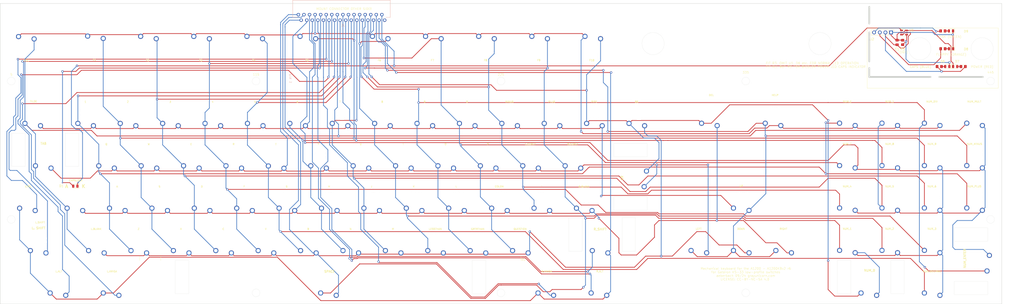
<source format=kicad_pcb>
(kicad_pcb (version 20240108) (generator "pcbnew") (generator_version "8.0")
  (layers (0 "F.Cu" signal) (31 "B.Cu" signal) (34 "B.Paste" user) (35 "F.Paste" user) (36 "B.SilkS" user "B.Silkscreen") (37 "F.SilkS" user "F.Silkscreen") (38 "B.Mask" user) (39 "F.Mask" user) (44 "Edge.Cuts" user))
  (net 0 "")
  (net 1 "/7")
  (net 2 "/15")
  (net 3 "/5")
  (net 4 "/1")
  (net 5 "/30")
  (net 6 "/11")
  (net 7 "/12")
  (net 8 "/13")
  (net 9 "/16")
  (net 10 "/2")
  (net 11 "/3")
  (net 12 "/17")
  (net 13 "/14")
  (net 14 "/18")
  (net 15 "/19")
  (net 16 "/20")
  (net 17 "/27")
  (net 18 "/21")
  (net 19 "/22")
  (net 20 "/23")
  (net 21 "/24")
  (net 22 "/25")
  (net 23 "/26")
  (net 24 "/10")
  (net 25 "/6")
  (net 26 "/8")
  (net 27 "/28")
  (net 28 "/29")
  (net 29 "/4")
  (net 31 "Net-(D8-K)")
  (net 32 "Net-(D6-K)")
  (net 33 "Net-(D6-A)")
  (net 34 "Net-(D7-K)")
  (net 35 "Net-(D7-A)")
  (net 36 "Net-(D8-A)")
  (net 37 "Net-(D9-A)")
  (net 38 "{slash}CAPSLOCK")
  (net 39 "Net-(J2-Pin_4)")
  (net 40 "Net-(J2-Pin_3)")
  (net 41 "/LEDs/PWRLED")
  (net 42 "VCC")
  (footprint "Amiga Keyboard:Gateron-KS33-Solderable-1U" (layer "F.Cu") (at 274.6328 136.3204)
    (property "Reference" "K60")
    (property "Value" "QUESTION")
  )
  (footprint "Amiga Keyboard:Gateron-KS33-Solderable-1U" (layer "F.Cu") (at 88.7048 98.2204)
    (property "Reference" "K8")
    (property "Value" "Q")
  )
  (footprint "Amiga Keyboard:Gateron-KS33-Solderable-1.25U" (layer "F.Cu") (at 257.6148 50.5136 180)
    (property "Reference" "K56")
    (property "Value" "F8")
  )
  (footprint "Amiga Keyboard:Gateron-KS33-Solderable-1U" (layer "F.Cu") (at 298.2548 98.2204)
    (property "Reference" "K64")
    (property "Value" "R.CURLY")
  )
  (footprint "Amiga Keyboard:Gateron-KS33-Solderable-1.25U" (layer "F.Cu") (at 305.3668 50.5136 180)
    (property "Reference" "K68")
    (property "Value" "F10")
  )
  (footprint "Amiga Keyboard:Gateron-KS33-Solderable-1U" (layer "F.Cu") (at 260.1548 98.2204)
    (property "Reference" "K53")
    (property "Value" "P")
  )
  (footprint "LED_SMD:LED_0805_2012Metric" (layer "F.Cu") (at 467.191502 42.308207 180)
    (property "Reference" "D9")
    (property "Value" "DISK LED (GREEN)" (hide yes))
  )
  (footprint "Amiga Keyboard:Gateron-KS33-Solderable-1U" (layer "F.Cu") (at 421.5588 117.172)
    (property "Reference" "K81")
    (property "Value" "NUM_4")
  )
  (footprint "Amiga Keyboard:Gateron-KS33-Solderable-1U" (layer "F.Cu") (at 141.2828 136.3204)
    (property "Reference" "K26")
    (property "Value" "C")
  )
  (footprint "Amiga Keyboard:Gateron-KS33-Solderable-1U" (layer "F.Cu") (at 198.4328 136.3204)
    (property "Reference" "K41")
    (property "Value" "N")
  )
  (footprint "Amiga Keyboard:Gateron-KS33-Solderable-1U" (layer "F.Cu") (at 174.5568 79.1704)
    (property "Reference" "K34")
    (property "Value" "6")
  )
  (footprint "Amiga Keyboard:Gateron-KS33-Solderable-1U" (layer "F.Cu") (at 98.3568 79.1704)
    (property "Reference" "K13")
    (property "Value" "2")
  )
  (footprint "Amiga Keyboard:Gateron-KS33-Solderable-1U" (layer "F.Cu") (at 279.2048 98.2204)
    (property "Reference" "K58")
    (property "Value" "L.CURLY")
  )
  (footprint "Amiga Keyboard:Gateron-KS33-Solderable-1U" (layer "F.Cu") (at 250.7568 79.1704)
    (property "Reference" "K52")
    (property "Value" "0")
  )
  (footprint "Amiga Keyboard:Gateron-KS33-Solderable-1U" (layer "F.Cu") (at 117.4068 79.1704)
    (property "Reference" "K18")
    (property "Value" "3")
  )
  (footprint "Amiga Keyboard:Gateron-KS33-Solderable-1U" (layer "F.Cu") (at 459.6588 79.072)
    (property "Reference" "K88")
    (property "Value" "NUM_DIV")
  )
  (footprint "Amiga Keyboard:Gateron-KS33-Solderable-1.25U" (layer "F.Cu") (at 233.7388 50.5136 180)
    (property "Reference" "K51")
    (property "Value" "F7")
  )
  (footprint "Amiga Keyboard:Gateron-KS33-Solderable-1.25U" (layer "F.Cu") (at 90.7368 155.3704)
    (property "Reference" "K12")
    (property "Value" "L.AMIGA")
  )
  (footprint "Resistor_SMD:R_0805_2012Metric_Pad1.20x1.40mm_HandSolder" (layer "F.Cu") (at 463.585571 50.320725)
    (property "Reference" "R4" (hide yes))
    (property "Value" "FLOPPY" (hide yes))
  )
  (footprint "Amiga Keyboard:Gateron-KS33-Solderable-1U" (layer "F.Cu") (at 303.3348 117.2704)
    (property "Reference" "K70")
    (property "Value" "R.BLANK")
  )
  (footprint "Amiga Keyboard:Gateron-KS33-Solderable-1.5U" (layer "F.Cu") (at 55.5288 79.1704)
    (property "Reference" "K2")
    (property "Value" "TILDE")
  )
  (footprint "Amiga Keyboard:Gateron-KS33-Solderable-1U" (layer "F.Cu") (at 131.6308 117.2704)
    (property "Reference" "K25")
    (property "Value" "D")
  )
  (footprint "Amiga Keyboard:Gateron-KS33-Solderable-1.25U" (layer "F.Cu") (at 105.7228 50.5136 180)
    (property "Reference" "K17")
    (property "Value" "F2")
  )
  (footprint "Amiga Keyboard:Gateron-KS33-Solderable-1U" (layer "F.Cu") (at 226.8808 117.2704)
    (property "Reference" "K49")
    (property "Value" "K")
  )
  (footprint "Amiga Keyboard:Gateron-KS33-Solderable-1U" (layer "F.Cu") (at 145.8548 98.2204)
    (property "Reference" "K24")
    (property "Value" "R")
  )
  (footprint "Amiga Keyboard:Gateron-KS33-Solderable-1U" (layer "F.Cu") (at 212.6568 79.1704)
    (property "Reference" "K43")
    (property "Value" "8")
  )
  (footprint "Amiga Keyboard:Gateron-KS33-Solderable-1U" (layer "F.Cu") (at 231.7068 79.1704)
    (property "Reference" "K47")
    (property "Value" "9")
  )
  (footprint "Amiga Keyboard:Gateron-KS33-Solderable-1U" (layer "F.Cu") (at 241.1048 98.2204)
    (property "Reference" "K48")
    (property "Value" "O")
  )
  (footprint "Amiga Keyboard:Gateron-KS33-Solderable-1U" (layer "F.Cu") (at 307.9068 79.1704)
    (property "Reference" "K69")
    (property "Value" "PIPE")
  )
  (footprint "Amiga Keyboard:Gateron-KS33-Solderable-1U" (layer "F.Cu") (at 440.6088 98.122)
    (property "Reference" "K85")
    (property "Value" "NUM_8")
  )
  (footprint "Amiga Keyboard:Gateron-KS33-Solderable-1U" (layer "F.Cu") (at 183.9548 98.2204)
    (property "Reference" "K35")
    (property "Value" "Y")
  )
  (footprint "Resistor_SMD:R_0805_2012Metric_Pad1.20x1.40mm_HandSolder" (layer "F.Cu") (at 461.955944 58.317159 180)
    (property "Reference" "R1" (hide yes))
    (property "Value" "CAPS" (hide yes))
  )
  (footprint "Amiga Keyboard:Gateron-KS33-Solderable-1U" (layer "F.Cu") (at 188.7808 117.2704)
    (property "Reference" "K40")
    (property "Value" "H")
  )
  (footprint "Amiga Keyboard:Gateron-KS33-Solderable-1U" (layer "F.Cu") (at 179.3828 136.3204)
    (property "Reference" "K37")
    (property "Value" "B")
  )
  (footprint "Amiga Keyboard:Gateron-KS33-Solderable-1U" (layer "F.Cu") (at 112.5808 117.2704)
    (property "Reference" "K20")
    (property "Value" "S")
  )
  (footprint "Amiga Keyboard:Gateron-KS33-Solderable-1U" (layer "F.Cu") (at 373.88 117.2196)
    (property "Reference" "K75")
    (property "Value" "UP")
  )
  (footprint "Amiga Keyboard:Gateron-KS33-Solderable-1.25U" (layer "F.Cu") (at 309.9388 155.3704)
    (property "Reference" "K67")
    (property "Value" "R.ALT")
  )
  (footprint "LED_SMD:LED_0805_2012Metric" (layer "F.Cu") (at 73.770582 112.075665 180)
    (property "Reference" "D1")
    (property "Value" "CAPS_LOCK" (hide yes))
  )
  (footprint "Amiga Keyboard:Gateron-KS33-Solderable-1U" (layer "F.Cu") (at 79.3068 79.1704)
    (property "Reference" "K7")
    (property "Value" "1")
  )
  (footprint "Amiga Keyboard:Gateron-KS33-Solderable-1U" (layer "F.Cu") (at 373.88 136.2696)
    (property "Reference" "K76")
    (property "Value" "DOWN")
  )
  (footprint "Amiga Keyboard:Gateron-KS33-Solderable-1.75U" (layer "F.Cu") (at 57.9708 136.3204)
    (property "Reference" "K5")
    (property "Value" "L.SHIFT")
  )
  (footprint "Amiga Keyboard:Gateron-KS33-Solderable-1U" (layer "F.Cu") (at 74.4808 117.2704)
    (property "Reference" "K9")
    (property "Value" "CAPSLOCK")
  )
  (footprint "Amiga Keyboard:KS-33-ISO-2U-stabilizer" (layer "F.Cu") (at 324.6708 107.8724)
    (property "Reference" "K71" (hide yes))
    (property "Value" "RETURN")
    (fp_rect (start -9 -15) (end 6 -9) (stroke (width 0.05)) (fill none) (layer "Edge.Cuts"))
    (fp_rect (start -9 9) (end 6 15) (stroke (width 0.05)) (fill none) (layer "Edge.Cuts"))
  )
  (footprint "Amiga Keyboard:Gateron-KS33-Solderable-1.5U" (layer "F.Cu") (at 388.154 79.1056)
    (property "Reference" "K77")
    (property "Value" "HELP")
  )
  (footprint "Amiga Keyboard:Gateron-KS33-Solderable-1U" (layer "F.Cu") (at 160.3328 136.3204)
    (property "Reference" "K31")
    (property "Value" "V")
  )
  (footprint "Amiga Keyboard:Gateron-KS33-Solderable-1U" (layer "F.Cu") (at 126.8048 98.2204)
    (property "Reference" "K19")
    (property "Value" "E")
  )
  (footprint "Amiga Keyboard:Gateron-KS33-Solderable-1U" (layer "F.Cu") (at 354.83 136.2696)
    (property "Reference" "K73")
    (property "Value" "LEFT")
  )
  (footprint "Capacitor_SMD:C_0805_2012Metric_Pad1.18x1.45mm_HandSolder" (layer "F.Cu") (at 443 47.5 90)
    (property "Reference" "C1")
    (property "Value" ".01uF" (hide yes))
  )
  (footprint "Amiga Keyboard:KS-33-8U-space" (layer "F.Cu") (at 188.40005 155.3704)
    (property "Reference" "K32" (hide yes))
    (property "Value" "SPACE SWITCH" (hide yes))
    (fp_rect (start -69.75 -10) (end -63.75 5) (stroke (width 0.05)) (fill none) (layer "Edge.Cuts"))
    (fp_rect (start 63.75 -10) (end 69.75 5) (stroke (width 0.05)) (fill none) (layer "Edge.Cuts"))
  )
  (footprint "Amiga Keyboard:Gateron-KS33-Solderable-1U" (layer "F.Cu") (at 440.6088 117.172)
    (property "Reference" "K86")
    (property "Value" "NUM_5")
  )
  (footprint "Amiga Keyboard:Gateron-KS33-Solderable-1U" (layer "F.Cu") (at 459.6588 117.172)
    (property "Reference" "K90")
    (property "Value" "NUM_6")
  )
  (footprint "Amiga Keyboard:Gateron-KS33-Solderable-1U" (layer "F.Cu") (at 269.8068 79.1704)
    (property "Reference" "K57")
    (property "Value" "MINUS")
  )
  (footprint "Amiga Keyboard:Gateron-KS33-Solderable-1U" (layer "F.Cu") (at 265.2348 117.2704)
    (property "Reference" "K59")
    (property "Value" "COLON")
  )
  (footprint "Amiga Keyboard:Gateron-KS33-Solderable-1U" (layer "F.Cu") (at 93.5308 117.2704)
    (property "Reference" "K15")
    (property "Value" "A")
  )
  (footprint "Resistor_SMD:R_0805_2012Metric_Pad1.20x1.40mm_HandSolder" (layer "F.Cu") (at 472.67709 58.320684)
    (property "Reference" "R2" (hide yes))
    (property "Value" "PWR" (hide yes))
  )
  (footprint "Amiga Keyboard:Gateron-KS33-Solderable-1.25U" (layer "F.Cu") (at 177.3508 50.5136 180)
    (property "Reference" "K33")
    (property "Value" "F5")
  )
  (footprint "Amiga Keyboard:Gateron-KS33-Solderable-1U" (layer "F.Cu") (at 164.9048 98.2992)
    (property "Reference" "K29")
    (property "Value" "T")
  )
  (footprint "Amiga Keyboard:Gateron-KS33-Solderable-1U" (layer "F.Cu") (at 103.1828 136.3204)
    (property "Reference" "K16")
    (property "Value" "Z")
  )
  (footprint "Amiga Keyboard:Gateron-KS33-Solderable-1U" (layer "F.Cu") (at 478.7088 79.072)
    (property "Reference" "K93")
    (property "Value" "NUM_MULT")
  )
  (footprint "Amiga Keyboard:Gateron-KS33-Solderable-1U" (layer "F.Cu") (at 245.9308 117.2704)
    (property "Reference" "K54")
    (property "Value" "L")
  )
  (footprint "Package_TO_SOT_SMD:SOT-23-6" (layer "F.Cu") (at 446.1375 43.05)
    (property "Reference" "U1")
    (property "Value" "74LVC2GU04" (hide yes))
  )
  (footprint "Amiga Keyboard:Gateron-KS33-Solderable-1U" (layer "F.Cu") (at 155.5068 79.1704)
    (property "Reference" "K28")
    (property "Value" "5")
  )
  (footprint "Amiga Keyboard:Gateron-KS33-Solderable-1.25U" (layer "F.Cu") (at 153.4748 50.5136 180)
    (property "Reference" "K27")
    (property "Value" "F4")
  )
  (footprint "Amiga Keyboard:Gateron-KS33-Solderable-1.25U" (layer "F.Cu") (at 81.9072 50.3984 180)
    (property "Reference" "K11")
    (property "Value" "F1")
  )
  (footprint "Amiga Keyboard:Gateron-KS33-Solderable-1U" (layer "F.Cu") (at 255.5768 136.3424)
    (property "Reference" "K55")
    (property "Value" "GRTRTHAN")
  )
  (footprint "Amiga Keyboard:Gateron-KS33-Solderable-1.25U" (layer "F.Cu") (at 53.1448 117.2704)
    (property "Reference" "K4")
    (property "Value" "CTRL")
  )
  (footprint "Resistor_SMD:R_0805_2012Metric_Pad1.20x1.40mm_HandSolder" (layer "F.Cu") (at 463.558787 42.320464)
    (property "Reference" "R5" (hide yes))
    (property "Value" "DISK" (hide yes))
  )
  (footprint "Amiga Keyboard:Gateron-KS33-Solderable-1U" (layer "F.Cu") (at 459.6588 155.3704)
    (property "Reference" "K92")
    (property "Value" "NUM_DECIMAL")
  )
  (footprint "Amiga Keyboard:Gateron-KS33-Solderable-1U" (layer "F.Cu") (at 84.1328 136.3204)
    (property "Reference" "K10")
    (property "Value" "L.BLANK")
  )
  (footprint "Amiga Keyboard:Gateron-KS33-Solderable-1U" (layer "F.Cu") (at 478.7088 117.172)
    (property "Reference" "K95")
    (property "Value" "NUM_PLUS")
  )
  (footprint "Amiga Keyboard:Gateron-KS33-Solderable-1U" (layer "F.Cu") (at 284.2848 117.2704)
    (property "Reference" "K65")
    (property "Value" "\"")
  )
  (footprint "Amiga Keyboard:Gateron-KS33-Solderable-1U" (layer "F.Cu") (at 122.2328 136.3204)
    (property "Reference" "K21")
    (property "Value" "X")
  )
  (footprint "Amiga Keyboard:Gateron-KS33-Solderable-1.5U" (layer "F.Cu") (at 359.558 79.1056)
    (property "Reference" "K74")
    (property "Value" "DEL")
  )
  (footprint "Amiga Keyboard:Gateron-KS33-Solderable-1U" (layer "F.Cu") (at 203.0048 98.2204)
    (property "Reference" "K39")
    (property "Value" "U")
  )
  (footprint "Amiga Keyboard:Gateron-KS33-Solderable-1U" (layer "F.Cu") (at 136.4568 79.1704)
    (property "Reference" "K23")
    (property "Value" "4")
  )
  (footprint "Resistor_SMD:R_0805_2012Metric_Pad1.20x1.40mm_HandSolder" (layer "F.Cu") (at 445.5 47.5 90)
    (property "Reference" "R3")
    (property "Value" "0R" (hide yes))
  )
  (footprint "Amiga Keyboard:Gateron-KS33-Solderable-1U" (layer "F.Cu") (at 421.5588 136.222)
    (property "Reference" "K82")
    (property "Value" "NUM_1")
  )
  (footprint "Amiga Keyboard:Gateron-KS33-Solderable-1U" (layer "F.Cu") (at 440.6088 136.222)
    (property "Reference" "K87")
    (property "Value" "NUM_2")
  )
  (footprint "Amiga Keyboard:Gateron-KS33-Solderable-1.25U" (layer "F.Cu") (at 286.0628 155.3704)
    (property "Reference" "K61")
    (property "Value" "R.AMIGA")
  )
  (footprint "Amiga Keyboard:KS-33-2U-stabilizer" (layer "F.Cu") (at 310.4468 136.3204)
    (property "Reference" "K66" (hide yes))
    (property "Value" "R.SHIFT")
    (fp_rect (start -15 -10) (end -9 5) (stroke (width 0.05)) (fill none) (layer "Edge.Cuts"))
    (fp_rect (start 9 -10) (end 15 5) (stroke (width 0.05)) (fill none) (layer "Edge.Cuts"))
  )
  (footprint "Amiga Keyboard:Gateron-KS33-Solderable-1U" (layer "F.Cu") (at 392.93 136.2696)
    (property "Reference" "K78")
    (property "Value" "RIGHT")
  )
  (footprint "Amiga Keyboard:Gateron-KS33-Solderable-1U" (layer "F.Cu") (at 421.5588 98.122)
    (property "Reference" "K80")
    (property "Value" "NUM_7")
  )
  (footprint "Amiga Keyboard:Gateron-KS33-Solderable-1U" (layer "F.Cu") (at 288.8568 79.1704)
    (property "Reference" "K63")
    (property "Value" "PLUS")
  )
  (footprint "Amiga Keyboard:Gateron-KS33-Solderable-1.25U" (layer "F.Cu") (at 129.5988 50.5416 180)
    (property "Reference" "K22")
    (property "Value" "F3")
  )
  (footprint "Amiga Keyboard:Gateron-KS33-Solderable-1U" (layer "F.Cu") (at 193.6068 79.1704)
    (property "Reference" "K38")
    (property "Value" "7")
  )
  (footprint "Amiga Keyboard:Gateron-KS33-Solderable-1U" (layer "F.Cu") (at 107.7548 98.2204)
    (property "Reference" "K14")
    (property "Value" "W")
  )
  (footprint "Amiga Keyboard:KS-33-2U-stabilizer" (layer "F.Cu") (at 478.7088 145.774 90)
    (property "Reference" "K96" (hide yes))
    (property "Value" "NUM_ENTER" (hide yes))
    (fp_rect (start 9 -10) (end 15 5) (stroke (width 0.05)) (fill none) (layer "Edge.Cuts"))
    (fp_rect (start -15 -10) (end -9 5) (stroke (width 0.05)) (fill none) (layer "Edge.Cuts"))
  )
  (footprint "Amiga Keyboard:KS-33-2U-stabilizer" (layer "F.Cu") (at 431.2108 155.3704)
    (property "Reference" "K83" (hide yes))
    (property "Value" "NUM_0" (hide yes))
    (fp_rect (start -15 -10) (end -9 5) (stroke (width 0.05)) (fill none) (layer "Edge.Cuts"))
    (fp_rect (start 9 -10) (end 15 5) (stroke (width 0.05)) (fill none) (layer "Edge.Cuts"))
  )
  (footprint "LED_SMD:LED_0805_2012Metric" (layer "F.Cu") (at 465.538876 58.312294 180)
    (property "Reference" "D6")
    (property "Value" "CAPS LED (BLUE)" (hide yes))
  )
  (footprint "Amiga Keyboard:Gateron-KS33-Solderable-1U" (layer "F.Cu") (at 169.7308 117.2704)
    (property "Reference" "K36")
    (property "Value" "G")
  )
  (footprint "Amiga Keyboard:Gateron-KS33-Solderable-1.25U" (layer "F.Cu") (at 209.8568 50.5136 180)
    (property "Reference" "K42")
    (property "Value" "F6")
  )
  (footprint "Amiga Keyboard:Gateron-KS33-Solderable-1U" (layer "F.Cu") (at 222.0548 98.2204)
    (property "Reference" "K44")
    (property "Value" "I")
  )
  (footprint "Amiga Keyboard:Gateron-KS33-Solderable-1U" (layer "F.Cu") (at 440.6088 79.072)
    (property "Reference" "K84")
    (property "Value" "NUM_)")
  )
  (footprint "Amiga Keyboard:Gateron-KS33-Solderable-1U" (layer "F.Cu") (at 478.7088 98.122)
    (property "Reference" "K94")
    (property "Value" "NUM_MINUS")
  )
  (footprint "Amiga Keyboard:Gateron-KS33-Solderable-1U" (layer "F.Cu") (at 236.5368 136.3224)
    (property "Reference" "K50")
    (property "Value" "LESSTHAN")
  )
  (footprint "Amiga Keyboard:Gateron-KS33-Solderable-1U" (layer "F.Cu") (at 217.4828 136.3204)
    (property "Reference" "K46")
    (property "Value" "M")
  )
  (footprint "Amiga Keyboard:Gateron-KS33-Solderable-1U" (layer "F.Cu") (at 459.6588 98.122)
    (property "Reference" "K89")
    (property "Value" "NUM_9")
  )
  (footprint "LED_SMD:LED_0805_2012Metric" (layer "F.Cu") (at 469.106566 58.319713)
    (property "Reference" "D7")
    (property "Value" "POWER LED (RED)" (hide yes))
  )
  (footprint "Amiga Keyboard:Gateron-KS33-Solderable-1.25U" (layer "F.Cu") (at 281.4908 50.5136 180)
    (property "Reference" "K62")
    (property "Value" "F9")
  )
  (footprint "Amiga Keyboard:Gateron-KS33-Solderable-1U" (layer "F.Cu") (at 207.8308 117.2704)
    (property "Reference" "K45")
    (property "Value" "J")
  )
  (footprint "Amiga Keyboard:Gateron-KS33-Solderable-1U" (layer "F.Cu") (at 459.6588 136.222)
    (property "Reference" "K91")
    (property "Value" "NUM_3")
  )
  (footprint "Amiga Keyboard:Gateron-KS33-Solderable-1U" (layer "F.Cu") (at 150.6808 117.2704)
    (property "Reference" "K30")
    (property "Value" "F")
  )
  (footprint "Amiga Keyboard:Gateron-KS33-Solderable-1.25U" (layer "F.Cu") (at 66.8608 155.3704)
    (property "Reference" "K6")
    (property "Value" "L.ALT")
  )
  (footprint "LED_SMD:LED_0805_2012Metric" (layer "F.Cu") (at 467.226135 50.322664 180)
    (property "Reference" "D8")
    (property "Value" "FLOPPY LED (ORANGE)" (hide yes))
  )
  (footprint "Amiga Keyboard:Gateron-KS33-Solderable-1U" (layer "F.Cu") (at 421.5588 79.072)
    (property "Reference" "K79")
    (property "Value" "NUM_(")
  )
  (footprint "Amiga Keyboard:Gateron-KS33-Solderable-1U" (layer "F.Cu") (at 50.8588 50.6116 180)
    (property "Reference" "K1")
    (property "Value" "ESC")
  )
  (footprint "Connector_PinHeader_2.54mm:PinHeader_1x04_P2.54mm_Vertical" (layer "F.Cu") (at 440.3 43 -90)
    (property "Reference" "J2")
    (property "Value" "LED HDR" (hide yes))
  )
  (footprint "Amiga Keyboard:Gateron-KS33-Solderable-1U" (layer "F.Cu") (at 326.9568 79.1704)
    (property "Reference" "K72")
    (property "Value" "BS")
  )
  (footprint "Amiga Keyboard:KS-33-2U-stabilizer" (layer "F.Cu") (at 60.2568 98.2204)
    (property "Reference" "K3" (hide yes))
    (property "Value" "TAB" (hide yes))
    (fp_rect (start -15 -10) (end -9 5) (stroke (width 0.05)) (fill none) (layer "Edge.Cuts"))
    (fp_rect (start 9 -10) (end 15 5) (stroke (width 0.05)) (fill none) (layer "Edge.Cuts"))
  )
  (footprint "Amiga_FFC:FFC-1.25mm-RA-5204403245" (layer "B.Cu") (at 192.75 36.25)
    (property "Reference" "J1")
    (property "Value" "Conn_01x32_Female")
  )
  (gr_line (start 112.109498 145.476973) (end 112.109498 143.476973) (stroke (width 0.1)) (layer "F.SilkS"))
  (gr_line (start 102.602681 145.458639) (end 102.602681 143.458639) (stroke (width 0.1)) (layer "F.SilkS"))
  (gr_line (start 274.0148 145.5036) (end 274.0148 143.5036) (stroke (width 0.1)) (layer "F.SilkS"))
  (gr_rect (start 429.5148 41.0036) (end 488.5148 68.0036) (stroke (width 0.1)) (fill none) (layer "F.SilkS"))
  (gr_circle (center 265 160) (end 266.75 160) (stroke (width 0.05)) (fill none) (layer "Edge.Cuts"))
  (gr_line (start 40 165) (end 490 165) (stroke (width 0.15)) (layer "Edge.Cuts"))
  (gr_circle (center 375 160) (end 376.75 160) (stroke (width 0.05)) (fill none) (layer "Edge.Cuts"))
  (gr_circle (center 155 160) (end 156.75 160) (stroke (width 0.05)) (fill none) (layer "Edge.Cuts"))
  (gr_circle (center 45 64.8616) (end 46.75 64.8616) (stroke (width 0.05)) (fill none) (layer "Edge.Cuts"))
  (gr_line (start 430.5 63) (end 430.5 59) (stroke (width 0.8)) (layer "Edge.Cuts"))
  (gr_circle (center 485 64.8616) (end 486.75 64.8616) (stroke (width 0.05)) (fill none) (layer "Edge.Cuts"))
  (gr_circle (center 408.3668 48.0136) (end 413.3668 48.0136) (stroke (width 0.05)) (fill none) (layer "Edge.Cuts"))
  (gr_circle (center 485 127) (end 486.75 127) (stroke (width 0.05)) (fill none) (layer "Edge.Cuts"))
  (gr_circle (center 155 64.8616) (end 156.75 64.8616) (stroke (width 0.05)) (fill none) (layer "Edge.Cuts"))
  (gr_line (start 40 30) (end 40 165) (stroke (width 0.15)) (layer "Edge.Cuts"))
  (gr_line (start 430.5 39) (end 430.5 31.5) (stroke (width 0.8)) (layer "Edge.Cuts"))
  (gr_circle (center 333.3668 48.0136) (end 338.3668 48.0136) (stroke (width 0.05)) (fill none) (layer "Edge.Cuts"))
  (gr_line (start 430.5 56) (end 430.5 43) (stroke (width 0.8)) (layer "Edge.Cuts"))
  (gr_circle (center 45 127) (end 46.75 127) (stroke (width 0.05)) (fill none) (layer "Edge.Cuts"))
  (gr_line (start 458 63) (end 430.5 63) (stroke (width 0.8)) (layer "Edge.Cuts"))
  (gr_circle (center 265 64.8616) (end 266.75 64.8616) (stroke (width 0.05)) (fill none) (layer "Edge.Cuts"))
  (gr_circle (center 453.2088 50.322) (end 458.2088 50.322) (stroke (width 0.05)) (fill none) (layer "Edge.Cuts"))
  (gr_line (start 490 30) (end 490 165) (stroke (width 0.15)) (layer "Edge.Cuts"))
  (gr_line (start 481.5 63) (end 462 63) (stroke (width 0.8)) (layer "Edge.Cuts"))
  (gr_circle (center 481.2088 50.322) (end 486.2088 50.322) (stroke (width 0.05)) (fill none) (layer "Edge.Cuts"))
  (gr_line (start 40 30) (end 490 30) (stroke (width 0.15)) (layer "Edge.Cuts"))
  (gr_circle (center 375 64.8616) (end 376.75 64.8616) (stroke (width 0.05)) (fill none) (layer "Edge.Cuts"))
  (gr_text "PIN 1" (at 171.0148 61.5036 90) (layer "B.SilkS") (effects (font (size 1 1) (thickness 0.1)) (justify left bottom mirror)))
  (gr_text "MOUNT CONNECTOR OTHER SIDE!" (at 182 33 0) (layer "F.SilkS") (effects (font (size 1 1) (thickness 0.1)) (justify left bottom)))
  (gr_text "Mechanical keyboard for the A1200 - A1200KBv2 r6\nfor Gateron KS-33 low-profile switches\naeberbach 09/24 grayunicorn.com\nLICENSE: CC-BY-NC-SA 4.0 " (at 375 154.5 0) (layer "F.SilkS") (effects (font (size 1 1) (thickness 0.1)) (justify bottom)))
  (gr_text "9U" (at 273.989325 145.62844 0) (layer "F.SilkS") (effects (font (size 1 1) (thickness 0.1)) (justify left bottom)))
  (gr_text "NUM_0" (at 428.0148 150.5036 0) (layer "F.SilkS") (effects (font (size 1 1) (thickness 0.2) (bold yes)) (justify left bottom)))
  (gr_text "(DNF)" (at 443.5 52.5 0) (layer "F.SilkS") (effects (font (size 1 1) (thickness 0.1)) (justify left bottom)))
  (gr_text "5" (at 44.5 62.5 0) (layer "F.SilkS") (effects (font (size 1 1) (thickness 0.1)) (justify left bottom)))
  (gr_text "225" (at 263.5 62.5 0) (layer "F.SilkS") (effects (font (size 1 1) (thickness 0.1)) (justify left bottom)))
  (gr_text "SPACE" (at 185.5 151 0) (layer "F.SilkS") (effects (font (size 1 1) (thickness 0.2) (bold yes)) (justify left bottom)))
  (gr_text "A" (at 69.0148 113.0036 0) (layer "F.SilkS") (effects (font (size 1.5 1.5) (thickness 0.3) (bold yes)) (justify left bottom)))
  (gr_text "115\n" (at 153.5 62.5 0) (layer "F.SilkS") (effects (font (size 1 1) (thickness 0.1)) (justify left bottom)))
  (gr_text "FLOPPY (ORANGE)" (at 460.5148 53.5036 0) (layer "F.SilkS") (effects (font (size 1 1) (thickness 0.1)) (justify left bottom)))
  (gr_text "CAPS (BLUE)" (at 448.60262 59.012002 0) (layer "F.SilkS") (effects (font (size 1 1) (thickness 0.125)) (justify left bottom)))
  (gr_text "CR" (at 320.0148 109.5036 90) (layer "F.SilkS") (effects (font (size 1 1) (thickness 0.2) (bold yes)) (justify left bottom)))
  (gr_text "L. SHIFT" (at 54.0148 131.5036 0) (layer "F.SilkS") (effects (font (size 1 1) (thickness 0.2) (bold yes)) (justify left bottom)))
  (gr_text "K" (at 76.5148 113.0036 0) (layer "F.SilkS") (effects (font (size 1.5 1.5) (thickness 0.3) (bold yes)) (justify left bottom)))
  (gr_text "FIT R3, OMIT U1, D6 etc. FOR NORMAL LED OPERATION\nFIT ALL BUT R3 FOR BICOLOR POWER LED CAPS INDICATOR" (at 384 59 0) (layer "F.SilkS") (effects (font (size 1 1) (thickness 0.1)) (justify left bottom)))
  (gr_text "445" (at 483.5 61.5 0) (layer "F.SilkS") (effects (font (size 1 1) (thickness 0.1)) (justify left bottom)))
  (gr_text "POWER (RED)" (at 476.10262 59.015602 0) (layer "F.SilkS") (effects (font (size 1 1) (thickness 0.1)) (justify left bottom)))
  (gr_text "R_SHIFT" (at 306.5148 132.0036 0) (layer "F.SilkS") (effects (font (size 1 1) (thickness 0.2) (bold yes)) (justify left bottom)))
  (gr_text "DISK (GREEN)" (at 461.497502 45.508207 0) (layer "F.SilkS") (effects (font (size 1 1) (thickness 0.1)) (justify left bottom)))
  (gr_text "NUM_ENTER" (at 474.0148 149.0036 90) (layer "F.SilkS") (effects (font (size 1 1) (thickness 0.2) (bold yes)) (justify left bottom)))
  (gr_text "TAB" (at 58 93.5 0) (layer "F.SilkS") (effects (font (size 1 1) (thickness 0.2) (bold yes)) (justify left bottom)))
  (gr_text "335" (at 373.5 61.5 0) (layer "F.SilkS") (effects (font (size 1 1) (thickness 0.1)) (justify left bottom)))
  (segment (start 256.264799 43.513601) (end 277.640801 43.513601) (width 0.3) (layer "F.Cu") (net 1))
  (segment (start 424.1588 84.822) (end 422.908801 86.071999) (width 0.3) (layer "F.Cu") (net 1))
  (segment (start 150.8748 44.7636) (end 151.2548 44.7636) (width 0.3) (layer "F.Cu") (net 1))
  (segment (start 176.000799 43.513601) (end 206.006801 43.513601) (width 0.3) (layer "F.Cu") (net 1))
  (segment (start 385.6444 84.8556) (end 384.5 86) (width 0.3) (layer "F.Cu") (net 1))
  (segment (start 301.516801 43.513601) (end 302.7668 44.7636) (width 0.3) (layer "F.Cu") (net 1))
  (segment (start 78.270401 43.611601) (end 79.3072 44.6484) (width 0.3) (layer "F.Cu") (net 1))
  (segment (start 49.508799 43.611601) (end 78.270401 43.611601) (width 0.3) (layer "F.Cu") (net 1))
  (segment (start 278.8908 44.7636) (end 280.140799 43.513601) (width 0.3) (layer "F.Cu") (net 1))
  (segment (start 232.388799 43.513601) (end 253.764801 43.513601) (width 0.3) (layer "F.Cu") (net 1))
  (segment (start 390.754 84.8556) (end 385.6444 84.8556) (width 0.3) (layer "F.Cu") (net 1))
  (segment (start 280.140799 43.513601) (end 301.516801 43.513601) (width 0.3) (layer "F.Cu") (net 1))
  (segment (start 174.7508 44.7636) (end 176.000799 43.513601) (width 0.3) (layer "F.Cu") (net 1))
  (segment (start 102.3576 43.9984) (end 103.1228 44.7636) (width 0.3) (layer "F.Cu") (net 1))
  (segment (start 425.408799 86.071999) (end 424.1588 84.822) (width 0.3) (layer "F.Cu") (net 1))
  (segment (start 444.458799 86.071999) (end 461.008801 86.071999) (width 0.3) (layer "F.Cu") (net 1))
  (segment (start 125.720801 43.513601) (end 126.9988 44.7916) (width 0.3) (layer "F.Cu") (net 1))
  (segment (start 79.3072 44.6484) (end 79.62 44.6484) (width 0.3) (layer "F.Cu") (net 1))
  (segment (start 149.652801 43.541601) (end 150.8748 44.7636) (width 0.3) (layer "F.Cu") (net 1))
  (segment (start 443.2088 84.822) (end 444.458799 86.071999) (width 0.3) (layer "F.Cu") (net 1))
  (segment (start 461.008801 86.071999) (end 462.2588 84.822) (width 0.3) (layer "F.Cu") (net 1))
  (segment (start 151.9048 44.1136) (end 174.1008 44.1136) (width 0.3) (layer "F.Cu") (net 1))
  (segment (start 422.908801 86.071999) (end 391.970399 86.071999) (width 0.3) (layer "F.Cu") (net 1))
  (segment (start 379 86) (end 376.5 88.5) (width 0.3) (layer "F.Cu") (net 1))
  (segment (start 206.006801 43.513601) (end 207.2568 44.7636) (width 0.3) (layer "F.Cu") (net 1))
  (segment (start 443.2088 84.822) (end 441.958801 86.071999) (width 0.3) (layer "F.Cu") (net 1))
  (segment (start 253.764801 43.513601) (end 255.0148 44.7636) (width 0.3) (layer "F.Cu") (net 1))
  (segment (start 391.970399 86.071999) (end 390.754 84.8556) (width 0.3) (layer "F.Cu") (net 1))
  (segment (start 229.888801 43.513601) (end 231.1388 44.7636) (width 0.3) (layer "F.Cu") (net 1))
  (segment (start 384.5 86) (end 379 86) (width 0.3) (layer "F.Cu") (net 1))
  (segment (start 128.248799 43.541601) (end 149.652801 43.541601) (width 0.3) (layer "F.Cu") (net 1))
  (segment (start 151.2548 44.7636) (end 151.9048 44.1136) (width 0.3) (layer "F.Cu") (net 1))
  (segment (start 103.1228 44.7636) (end 104.372799 43.513601) (width 0.3) (layer "F.Cu") (net 1))
  (segment (start 277.640801 43.513601) (end 278.8908 44.7636) (width 0.3) (layer "F.Cu") (net 1))
  (segment (start 441.958801 86.071999) (end 425.408799 86.071999) (width 0.3) (layer "F.Cu") (net 1))
  (segment (start 376.5 88.5) (end 302.0184 88.5) (width 0.3) (layer "F.Cu") (net 1))
  (segment (start 79.62 44.6484) (end 80.27 43.9984) (width 0.3) (layer "F.Cu") (net 1))
  (segment (start 302.0148 88.5036) (end 301.0148 87.5036) (width 0.3) (layer "F.Cu") (net 1))
  (segment (start 174.1008 44.1136) (end 174.7508 44.7636) (width 0.3) (layer "F.Cu") (net 1))
  (segment (start 208.506799 43.513601) (end 229.888801 43.513601) (width 0.3) (layer "F.Cu") (net 1))
  (segment (start 231.1388 44.7636) (end 232.388799 43.513601) (width 0.3) (layer "F.Cu") (net 1))
  (segment (start 80.27 43.9984) (end 102.3576 43.9984) (width 0.3) (layer "F.Cu") (net 1))
  (segment (start 126.9988 44.7916) (end 128.248799 43.541601) (width 0.3) (layer "F.Cu") (net 1))
  (segment (start 302.0184 88.5) (end 302.0148 88.5036) (width 0.3) (layer "F.Cu") (net 1))
  (segment (start 207.2568 44.7636) (end 208.506799 43.513601) (width 0.3) (layer "F.Cu") (net 1))
  (segment (start 48.2588 44.8616) (end 49.508799 43.611601) (width 0.3) (layer "F.Cu") (net 1))
  (segment (start 255.0148 44.7636) (end 256.264799 43.513601) (width 0.3) (layer "F.Cu") (net 1))
  (segment (start 104.372799 43.513601) (end 125.720801 43.513601) (width 0.3) (layer "F.Cu") (net 1))
  (via (at 301.0148 87.5036) (size 1) (drill 0.5) (layers "F.Cu" "B.Cu") (net 1))
  (via (at 181.5 43.5) (size 1) (drill 0.5) (layers "F.Cu" "B.Cu") (net 1))
  (segment (start 301.0148 46.5156) (end 302.7668 44.7636) (width 0.3) (layer "B.Cu") (net 1))
  (segment (start 301.0148 87.5036) (end 301.0148 46.5156) (width 0.3) (layer "B.Cu") (net 1))
  (segment (start 181.5 43.5) (end 181.5 35) (width 0.3) (layer "B.Cu") (net 1))
  (segment (start 377 89.5) (end 192.0184 89.5) (width 0.3) (layer "F.Cu") (net 2))
  (segment (start 81 87) (end 54.2584 87) (width 0.3) (layer "F.Cu") (net 2))
  (segment (start 474.3088 83.772) (end 471.0808 87) (width 0.3) (layer "F.Cu") (net 2))
  (segment (start 192.0148 89.5036) (end 192.0112 89.5) (width 0.3) (layer "F.Cu") (net 2))
  (segment (start 54.2584 87) (end 51.1288 83.8704) (width 0.3) (layer "F.Cu") (net 2))
  (segment (start 192.0112 89.5) (end 83.5 89.5) (width 0.3) (layer "F.Cu") (net 2))
  (segment (start 379.5 87) (end 377 89.5) (width 0.3) (layer "F.Cu") (net 2))
  (segment (start 83.5 89.5) (end 81 87) (width 0.3) (layer "F.Cu") (net 2))
  (segment (start 471.0808 87) (end 379.5 87) (width 0.3) (layer "F.Cu") (net 2))
  (segment (start 192.0184 89.5) (end 192.0148 89.5036) (width 0.3) (layer "F.Cu") (net 2))
  (via (at 192.0148 89.5036) (size 1) (drill 0.5) (layers "F.Cu" "B.Cu") (net 2))
  (segment (start 55.2588 50.843149) (end 51.1288 54.973149) (width 0.3) (layer "B.Cu") (net 2))
  (segment (start 191.5148 76.630851) (end 191.5148 60.6601) (width 0.3) (layer "B.Cu") (net 2))
  (segment (start 191.5148 60.6601) (end 191.5 60.6453) (width 0.3) (layer "B.Cu") (net 2))
  (segment (start 190.3318 82.591236) (end 190.3318 77.813851) (width 0.3) (layer "B.Cu") (net 2))
  (segment (start 55.8568 107.7464) (end 70.0808 121.9704) (width 0.3) (layer "B.Cu") (net 2))
  (segment (start 191.5 60.6453) (end 191.5 35) (width 0.3) (layer "B.Cu") (net 2))
  (segment (start 70.0808 131.3684) (end 79.7328 141.0204) (width 0.3) (layer "B.Cu") (net 2))
  (segment (start 55.8568 102.9204) (end 55.8568 107.7464) (width 0.3) (layer "B.Cu") (net 2))
  (segment (start 192.0148 89.5036) (end 192.0148 84.274236) (width 0.3) (layer "B.Cu") (net 2))
  (segment (start 70.0808 121.9704) (end 70.0808 131.3684) (width 0.3) (layer "B.Cu") (net 2))
  (segment (start 51.1288 83.8704) (end 55.8568 88.5984) (width 0.3) (layer "B.Cu") (net 2))
  (segment (start 51.1288 54.973149) (end 51.1288 83.8704) (width 0.3) (layer "B.Cu") (net 2))
  (segment (start 55.2588 45.9116) (end 55.2588 50.843149) (width 0.3) (layer "B.Cu") (net 2))
  (segment (start 192.0148 84.274236) (end 190.3318 82.591236) (width 0.3) (layer "B.Cu") (net 2))
  (segment (start 55.8568 88.5984) (end 55.8568 102.9204) (width 0.3) (layer "B.Cu") (net 2))
  (segment (start 190.3318 77.813851) (end 191.5148 76.630851) (width 0.3) (layer "B.Cu") (net 2))
  (segment (start 80.656801 86.170399) (end 81.9068 84.9204) (width 0.3) (layer "F.Cu") (net 3))
  (segment (start 290.206801 86.170399) (end 291.4568 84.9204) (width 0.3) (layer "F.Cu") (net 3))
  (segment (start 254.606799 86.170399) (end 271.156801 86.170399) (width 0.3) (layer "F.Cu") (net 3))
  (segment (start 140.306799 86.170399) (end 156.856801 86.170399) (width 0.3) (layer "F.Cu") (net 3))
  (segment (start 177.1568 84.9204) (end 178.406799 86.170399) (width 0.3) (layer "F.Cu") (net 3))
  (segment (start 292.706799 86.170399) (end 309.256801 86.170399) (width 0.3) (layer "F.Cu") (net 3))
  (segment (start 81.9068 84.9204) (end 83.156799 86.170399) (width 0.3) (layer "F.Cu") (net 3))
  (segment (start 118.756801 86.170399) (end 120.0068 84.9204) (width 0.3) (layer "F.Cu") (net 3))
  (segment (start 137.806801 86.170399) (end 139.0568 84.9204) (width 0.3) (layer "F.Cu") (net 3))
  (segment (start 363.7828 116.2224) (end 310.296 116.2224) (width 0.3) (layer "F.Cu") (net 3))
  (segment (start 156.856801 86.170399) (end 158.1068 84.9204) (width 0.3) (layer "F.Cu") (net 3))
  (segment (start 158.1068 84.9204) (end 159.356799 86.170399) (width 0.3) (layer "F.Cu") (net 3))
  (segment (start 215.2568 84.9204) (end 216.506799 86.170399) (width 0.3) (layer "F.Cu") (net 3))
  (segment (start 100.9568 84.9204) (end 102.206799 86.170399) (width 0.3) (layer "F.Cu") (net 3))
  (segment (start 175.906801 86.170399) (end 177.1568 84.9204) (width 0.3) (layer "F.Cu") (net 3))
  (segment (start 271.156801 86.170399) (end 272.4068 84.9204) (width 0.3) (layer "F.Cu") (net 3))
  (segment (start 234.3068 84.9204) (end 235.556799 86.170399) (width 0.3) (layer "F.Cu") (net 3))
  (segment (start 196.2068 84.9204) (end 197.456799 86.170399) (width 0.3) (layer "F.Cu") (net 3))
  (segment (start 309.256801 86.170399) (end 310.5068 84.9204) (width 0.3) (layer "F.Cu") (net 3))
  (segment (start 59.378799 86.170399) (end 80.656801 86.170399) (width 0.3) (layer "F.Cu") (net 3))
  (segment (start 233.056801 86.170399) (end 234.3068 84.9204) (width 0.3) (layer "F.Cu") (net 3))
  (segment (start 178.406799 86.170399) (end 194.956801 86.170399) (width 0.3) (layer "F.Cu") (net 3))
  (segment (start 194.956801 86.170399) (end 196.2068 84.9204) (width 0.3) (layer "F.Cu") (net 3))
  (segment (start 121.256799 86.170399) (end 137.806801 86.170399) (width 0.3) (layer "F.Cu") (net 3))
  (segment (start 216.506799 86.170399) (end 233.056801 86.170399) (width 0.3) (layer "F.Cu") (net 3))
  (segment (start 83.156799 86.170399) (end 99.706801 86.170399) (width 0.3) (layer "F.Cu") (net 3))
  (segment (start 369.48 121.9196) (end 363.7828 116.2224) (width 0.3) (layer "F.Cu") (net 3))
  (segment (start 102.206799 86.170399) (end 118.756801 86.170399) (width 0.3) (layer "F.Cu") (net 3))
  (segment (start 99.706801 86.170399) (end 100.9568 84.9204) (width 0.3) (layer "F.Cu") (net 3))
  (segment (start 159.356799 86.170399) (end 175.906801 86.170399) (width 0.3) (layer "F.Cu") (net 3))
  (segment (start 120.0068 84.9204) (end 121.256799 86.170399) (width 0.3) (layer "F.Cu") (net 3))
  (segment (start 235.556799 86.170399) (end 252.106801 86.170399) (width 0.3) (layer "F.Cu") (net 3))
  (segment (start 252.106801 86.170399) (end 253.3568 84.9204) (width 0.3) (layer "F.Cu") (net 3))
  (segment (start 273.656799 86.170399) (end 290.206801 86.170399) (width 0.3) (layer "F.Cu") (net 3))
  (segment (start 310.296 116.2224) (end 310.0148 116.5036) (width 0.3) (layer "F.Cu") (net 3))
  (segment (start 272.4068 84.9204) (end 273.656799 86.170399) (width 0.3) (layer "F.Cu") (net 3))
  (segment (start 291.4568 84.9204) (end 292.706799 86.170399) (width 0.3) (layer "F.Cu") (net 3))
  (segment (start 197.456799 86.170399) (end 214.006801 86.170399) (width 0.3) (layer "F.Cu") (net 3))
  (segment (start 139.0568 84.9204) (end 140.306799 86.170399) (width 0.3) (layer "F.Cu") (net 3))
  (segment (start 58.1288 84.9204) (end 59.378799 86.170399) (width 0.3) (layer "F.Cu") (net 3))
  (segment (start 214.006801 86.170399) (end 215.2568 84.9204) (width 0.3) (layer "F.Cu") (net 3))
  (segment (start 253.3568 84.9204) (end 254.606799 86.170399) (width 0.3) (layer "F.Cu") (net 3))
  (via (at 310.0148 116.5036) (size 1) (drill 0.5) (layers "F.Cu" "B.Cu") (net 3))
  (segment (start 310.5068 116.0116) (end 310.0148 116.5036) (width 0.3) (layer "B.Cu") (net 3))
  (segment (start 180.825736 48.174264) (end 179 46.348528) (width 0.3) (layer "B.Cu") (net 3))
  (segment (start 180.825736 58.849164) (end 180.825736 48.174264) (width 0.3) (layer "B.Cu") (net 3))
  (segment (start 310.5068 84.9204) (end 310.5068 116.0116) (width 0.3) (layer "B.Cu") (net 3))
  (segment (start 177.1568 84.9204) (end 179.0148 83.0624) (width 0.3) (layer "B.Cu") (net 3))
  (segment (start 179.0148 60.6601) (end 180.825736 58.849164) (width 0.3) (layer "B.Cu") (net 3))
  (segment (start 179 46.348528) (end 179 35) (width 0.3) (layer "B.Cu") (net 3))
  (segment (start 179.0148 83.0624) (end 179.0148 60.6601) (width 0.3) (layer "B.Cu") (net 3))
  (segment (start 205.6048 103.9704) (end 206.854799 105.220399) (width 0.3) (layer "F.Cu") (net 4))
  (segment (start 281.8048 103.9704) (end 283.054799 105.220399) (width 0.3) (layer "F.Cu") (net 4))
  (segment (start 166.254801 105.299199) (end 167.5048 104.0492) (width 0.3) (layer "F.Cu") (net 4))
  (segment (start 299.604801 105.220399) (end 300.8548 103.9704) (width 0.3) (layer "F.Cu") (net 4))
  (segment (start 168.754799 105.299199) (end 185.226001 105.299199) (width 0.3) (layer "F.Cu") (net 4))
  (segment (start 187.804799 105.220399) (end 204.354801 105.220399) (width 0.3) (layer "F.Cu") (net 4))
  (segment (start 149.810399 105.299199) (end 166.254801 105.299199) (width 0.3) (layer "F.Cu") (net 4))
  (segment (start 83.731599 105.220399) (end 80.448398 108.5036) (width 0.3) (layer "F.Cu") (net 4))
  (segment (start 244.954799 105.220399) (end 261.504801 105.220399) (width 0.3) (layer "F.Cu") (net 4))
  (segment (start 204.354801 105.220399) (end 205.6048 103.9704) (width 0.3) (layer "F.Cu") (net 4))
  (segment (start 185.226001 105.299199) (end 186.5548 103.9704) (width 0.3) (layer "F.Cu") (net 4))
  (segment (start 91.3048 103.9704) (end 92.554799 105.220399) (width 0.3) (layer "F.Cu") (net 4))
  (segment (start 262.7548 103.9704) (end 264.004799 105.220399) (width 0.3) (layer "F.Cu") (net 4))
  (segment (start 109.104801 105.220399) (end 110.3548 103.9704) (width 0.3) (layer "F.Cu") (net 4))
  (segment (start 280.554801 105.220399) (end 281.8048 103.9704) (width 0.3) (layer "F.Cu") (net 4))
  (segment (start 225.904799 105.220399) (end 242.454801 105.220399) (width 0.3) (layer "F.Cu") (net 4))
  (segment (start 223.404801 105.220399) (end 224.6548 103.9704) (width 0.3) (layer "F.Cu") (net 4))
  (segment (start 80.448398 108.5036) (end 67.39 108.5036) (width 0.3) (layer "F.Cu") (net 4))
  (segment (start 243.7048 103.9704) (end 244.954799 105.220399) (width 0.3) (layer "F.Cu") (net 4))
  (segment (start 148.4548 103.9704) (end 148.4816 103.9704) (width 0.3) (layer "F.Cu") (net 4))
  (segment (start 206.854799 105.220399) (end 223.404801 105.220399) (width 0.3) (layer "F.Cu") (net 4))
  (segment (start 283.054799 105.220399) (end 299.604801 105.220399) (width 0.3) (layer "F.Cu") (net 4))
  (segment (start 111.604799 105.220399) (end 128.154801 105.220399) (width 0.3) (layer "F.Cu") (net 4))
  (segment (start 91.3048 103.9704) (end 90.054801 105.220399) (width 0.3) (layer "F.Cu") (net 4))
  (segment (start 92.554799 105.220399) (end 109.104801 105.220399) (width 0.3) (layer "F.Cu") (net 4))
  (segment (start 302.3216 102.5036) (end 335.0148 102.5036) (width 0.3) (layer "F.Cu") (net 4))
  (segment (start 67.39 108.5036) (end 62.8568 103.9704) (width 0.3) (layer "F.Cu") (net 4))
  (segment (start 242.454801 105.220399) (end 243.7048 103.9704) (width 0.3) (layer "F.Cu") (net 4))
  (segment (start 224.6548 103.9704) (end 225.904799 105.220399) (width 0.3) (layer "F.Cu") (net 4))
  (segment (start 264.004799 105.220399) (end 280.554801 105.220399) (width 0.3) (layer "F.Cu") (net 4))
  (segment (start 167.5048 104.0492) (end 168.754799 105.299199) (width 0.3) (layer "F.Cu") (net 4))
  (segment (start 90.054801 105.220399) (end 83.731599 105.220399) (width 0.3) (layer "F.Cu") (net 4))
  (segment (start 261.504801 105.220399) (end 262.7548 103.9704) (width 0.3) (layer "F.Cu") (net 4))
  (segment (start 335.0148 102.5036) (end 358.0148 102.5036) (width 0.3) (layer "F.Cu") (net 4))
  (segment (start 148.4816 103.9704) (end 149.810399 105.299199) (width 0.3) (layer "F.Cu") (net 4))
  (segment (start 128.154801 105.220399) (end 129.4048 103.9704) (width 0.3) (layer "F.Cu") (net 4))
  (segment (start 300.8548 103.9704) (end 302.3216 102.5036) (width 0.3) (layer "F.Cu") (net 4))
  (segment (start 147.204801 105.220399) (end 148.4548 103.9704) (width 0.3) (layer "F.Cu") (net 4))
  (segment (start 129.4048 103.9704) (end 130.654799 105.220399) (width 0.3) (layer "F.Cu") (net 4))
  (segment (start 130.654799 105.220399) (end 147.204801 105.220399) (width 0.3) (layer "F.Cu") (net 4))
  (segment (start 110.3548 103.9704) (end 111.604799 105.220399) (width 0.3) (layer "F.Cu") (net 4))
  (segment (start 186.5548 103.9704) (end 187.804799 105.220399) (width 0.3) (layer "F.Cu") (net 4))
  (via (at 358.0148 102.5036) (size 1) (drill 0.5) (layers "F.Cu" "B.Cu") (net 4))
  (via (at 335.0148 102.5036) (size 1) (drill 0.5) (layers "F.Cu" "B.Cu") (net 4))
  (segment (start 166 38.5) (end 169.5 35) (width 0.3) (layer "B.Cu") (net 4))
  (segment (start 329.3458 112.2974) (end 335.0148 106.6284) (width 0.3) (layer "B.Cu") (net 4))
  (segment (start 358.105 141.3446) (end 357.43 142.0196) (width 0.3) (layer "B.Cu") (net 4))
  (segment (start 358.105 102.5938) (end 358.105 141.3446) (width 0.3) (layer "B.Cu") (net 4))
  (segment (start 167.5048 104.0492) (end 169.0148 102.5392) (width 0.3) (layer "B.Cu") (net 4))
  (segment (start 169.0148 90.5036) (end 166.0148 87.5036) (width 0.3) (layer "B.Cu") (net 4))
  (segment (start 166 39.5) (end 166 38.5) (width 0.3) (layer "B.Cu") (net 4))
  (segment (start 169.0148 102.5392) (end 169.0148 90.5036) (width 0.3) (layer "B.Cu") (net 4))
  (segment (start 358.0148 102.5036) (end 358.105 102.5938) (width 0.3) (layer "B.Cu") (net 4))
  (segment (start 169.5 35) (end 174 35) (width 0.3) (layer "B.Cu") (net 4))
  (segment (start 166.0148 39.5148) (end 166 39.5) (width 0.3) (layer "B.Cu") (net 4))
  (segment (start 166.0148 87.5036) (end 166.0148 39.5148) (width 0.3) (layer "B.Cu") (net 4))
  (segment (start 335.0148 106.6284) (end 335.0148 102.5036) (width 0.3) (layer "B.Cu") (net 4))
  (segment (start 86.3368 160.0704) (end 90.9296 160.0704) (width 0.3) (layer "F.Cu") (net 5))
  (segment (start 86.9868 159.4204) (end 86.3368 160.0704) (width 0.3) (layer "F.Cu") (net 5))
  (segment (start 281.6628 160.0704) (end 284.4128 162.8204) (width 0.3) (layer "F.Cu") (net 5))
  (segment (start 184.0592 163.5) (end 278.2332 163.5) (width 0.3) (layer "F.Cu") (net 5))
  (segment (start 62.4608 160.0704) (end 65.2108 162.8204) (width 0.3) (layer "F.Cu") (net 5))
  (segment (start 218 61) (end 314.5 61) (width 0.3) (layer "F.Cu") (net 5))
  (segment (start 83.5868 162.8204) (end 86.3368 160.0704) (width 0.3) (layer "F.Cu") (net 5))
  (segment (start 164.5592 144) (end 184.0592 163.5) (width 0.3) (layer "F.Cu") (net 5))
  (segment (start 90.9296 160.0704) (end 107 144) (width 0.3) (layer "F.Cu") (net 5))
  (segment (start 284.4128 162.8204) (end 310.8388 162.8204) (width 0.3) (layer "F.Cu") (net 5))
  (segment (start 310.8388 162.8204) (end 312.5388 161.1204) (width 0.3) (layer "F.Cu") (net 5))
  (segment (start 278.2332 163.5) (end 281.6628 160.0704) (width 0.3) (layer "F.Cu") (net 5))
  (segment (start 107 144) (end 164.5592 144) (width 0.3) (layer "F.Cu") (net 5))
  (segment (start 65.2108 162.8204) (end 83.5868 162.8204) (width 0.3) (layer "F.Cu") (net 5))
  (via (at 314.5 61) (size 1) (drill 0.5) (layers "F.Cu" "B.Cu") (net 5))
  (via (at 218 61) (size 1) (drill 0.5) (layers "F.Cu" "B.Cu") (net 5))
  (segment (start 53.5708 141.0204) (end 53.5708 151.1804) (width 0.3) (layer "B.Cu") (net 5))
  (segment (start 210.25 45.532789) (end 210.25 37.5) (width 0.3) (layer "B.Cu") (net 5))
  (segment (start 214 49.282789) (end 210.25 45.532789) (width 0.3) (layer "B.Cu") (net 5))
  (segment (start 218 61) (end 214 57) (width 0.3) (layer "B.Cu") (net 5))
  (segment (start 313.0468 142.0704) (end 314.296799 140.820401) (width 0.3) (layer "B.Cu") (net 5))
  (segment (start 314.296799 61.203201) (end 314.5 61) (width 0.3) (layer "B.Cu") (net 5))
  (segment (start 314.296799 140.820401) (end 314.296799 61.203201) (width 0.3) (layer "B.Cu") (net 5))
  (segment (start 314.296799 143.320399) (end 314.296799 159.362401) (width 0.3) (layer "B.Cu") (net 5))
  (segment (start 214 57) (end 214 49.282789) (width 0.3) (layer "B.Cu") (net 5))
  (segment (start 313.0468 142.0704) (end 314.296799 143.320399) (width 0.3) (layer "B.Cu") (net 5))
  (segment (start 53.5708 151.1804) (end 62.4608 160.0704) (width 0.3) (layer "B.Cu") (net 5))
  (segment (start 314.296799 159.362401) (end 312.5388 161.1204) (width 0.3) (layer "B.Cu") (net 5))
  (segment (start 48.7448 121.9704) (end 48.7448 136.1944) (width 0.3) (layer "B.Cu") (net 5))
  (segment (start 48.7448 136.1944) (end 53.5708 141.0204) (width 0.3) (layer "B.Cu") (net 5))
  (segment (start 186.5148 55.0036) (end 48.0036 55.0036) (width 0.3) (layer "F.Cu") (net 6))
  (segment (start 48.0036 55.0036) (end 48 55) (width 0.3) (layer "F.Cu") (net 6))
  (via (at 186.5148 55.0036) (size 1) (drill 0.5) (layers "F.Cu" "B.Cu") (net 6))
  (via (at 48 55) (size 1) (drill 0.5) (layers "F.Cu" "B.Cu") (net 6))
  (segment (start 46.0148 84.4852) (end 43 87.5) (width 0.3) (layer "B.Cu") (net 6))
  (segment (start 46.0148 80.9852) (end 46.0148 84.4852) (width 0.3) (layer "B.Cu") (net 6))
  (segment (start 47 72.5) (end 47 80) (width 0.3) (layer "B.Cu") (net 6))
  (segment (start 49.3 70.2) (end 47 72.5) (width 0.3) (layer "B.Cu") (net 6))
  (segment (start 43 107.4888) (end 45.0148 109.5036) (width 0.3) (layer "B.Cu") (net 6))
  (segment (start 47 80) (end 46.0148 80.9852) (width 0.3) (layer "B.Cu") (net 6))
  (segment (start 48 55) (end 48 62) (width 0.3) (layer "B.Cu") (net 6))
  (segment (start 56.4198 115.9086) (end 56.4198 122.3454) (width 0.3) (layer "B.Cu") (net 6))
  (segment (start 186.5 54.9888) (end 186.5 35) (width 0.3) (layer "B.Cu") (net 6))
  (segment (start 50.0148 109.5036) (end 56.4198 115.9086) (width 0.3) (layer "B.Cu") (net 6))
  (segment (start 49.3 63.3) (end 49.3 70.2) (width 0.3) (layer "B.Cu") (net 6))
  (segment (start 45.0148 109.5036) (end 50.0148 109.5036) (width 0.3) (layer "B.Cu") (net 6))
  (segment (start 56.4198 122.3454) (end 55.7448 123.0204) (width 0.3) (layer "B.Cu") (net 6))
  (segment (start 43 87.5) (end 43 107.4888) (width 0.3) (layer "B.Cu") (net 6))
  (segment (start 186.5148 55.0036) (end 186.5 54.9888) (width 0.3) (layer "B.Cu") (net 6))
  (segment (start 48 62) (end 49.3 63.3) (width 0.3) (layer "B.Cu") (net 6))
  (segment (start 76.5 60) (end 169.5112 60) (width 0.3) (layer "F.Cu") (net 7))
  (segment (start 185.9213 65.0036) (end 187.5 63.4249) (width 0.3) (layer "F.Cu") (net 7))
  (segment (start 74.5 62) (end 76.5 60) (width 0.3) (layer "F.Cu") (net 7))
  (segment (start 187.5 63.4249) (end 187.5 63) (width 0.3) (layer "F.Cu") (net 7))
  (segment (start 169.5112 60) (end 174.5148 65.0036) (width 0.3) (layer "F.Cu") (net 7))
  (segment (start 174.5148 65.0036) (end 185.9213 65.0036) (width 0.3) (layer "F.Cu") (net 7))
  (segment (start 49.5 62) (end 74.5 62) (width 0.3) (layer "F.Cu") (net 7))
  (via (at 187.5 63) (size 1) (drill 0.5) (layers "F.Cu" "B.Cu") (net 7))
  (via (at 49.5 62) (size 1) (drill 0.5) (layers "F.Cu" "B.Cu") (net 7))
  (segment (start 47.0148 86.4852) (end 47.0148 82.0148) (width 0.3) (layer "B.Cu") (net 7))
  (segment (start 187.75 62.75) (end 187.75 37.5) (width 0.3) (layer "B.Cu") (net 7))
  (segment (start 60.5708 142.0704) (end 61.2458 141.3954) (width 0.3) (layer "B.Cu") (net 7))
  (segment (start 44 104.5) (end 44 88) (width 0.3) (layer "B.Cu") (net 7))
  (segment (start 47 81.5) (end 48 80.5) (width 0.3) (layer "B.Cu") (net 7))
  (segment (start 44.5 105) (end 44 104.5) (width 0.3) (layer "B.Cu") (net 7))
  (segment (start 61.2458 141.3954) (end 61.2458 118.7346) (width 0.3) (layer "B.Cu") (net 7))
  (segment (start 47.0148 82.0148) (end 47 82) (width 0.3) (layer "B.Cu") (net 7))
  (segment (start 61.2458 118.7346) (end 47.5112 105) (width 0.3) (layer "B.Cu") (net 7))
  (segment (start 48 73) (end 49.9 71.1) (width 0.3) (layer "B.Cu") (net 7))
  (segment (start 44 88) (end 45 87) (width 0.3) (layer "B.Cu") (net 7))
  (segment (start 47.5112 105) (end 44.5 105) (width 0.3) (layer "B.Cu") (net 7))
  (segment (start 47 82) (end 47 81.5) (width 0.3) (layer "B.Cu") (net 7))
  (segment (start 48 80.5) (end 48 73) (width 0.3) (layer "B.Cu") (net 7))
  (segment (start 187.5 63) (end 187.75 62.75) (width 0.3) (layer "B.Cu") (net 7))
  (segment (start 49.9 62.4) (end 49.5 62) (width 0.3) (layer "B.Cu") (net 7))
  (segment (start 45 87) (end 46.5 87) (width 0.3) (layer "B.Cu") (net 7))
  (segment (start 49.9 71.1) (end 49.9 62.4) (width 0.3) (layer "B.Cu") (net 7))
  (segment (start 46.5 87) (end 47.0148 86.4852) (width 0.3) (layer "B.Cu") (net 7))
  (segment (start 189.0148 56.0036) (end 50 56.0036) (width 0.3) (layer "F.Cu") (net 8))
  (via (at 50 56.0036) (size 1) (drill 0.5) (layers "F.Cu" "B.Cu") (net 8))
  (via (at 189.0148 56.0036) (size 1) (drill 0.5) (layers "F.Cu" "B.Cu") (net 8))
  (segment (start 54.0148 109.5036) (end 66.0148 121.5036) (width 0.3) (layer "B.Cu") (net 8))
  (segment (start 189 35) (end 189 55.9888) (width 0.3) (layer "B.Cu") (net 8))
  (segment (start 48 83) (end 48.0148 83.0148) (width 0.3) (layer "B.Cu") (net 8))
  (segment (start 68.0148 149.5036) (end 71.0148 152.5036) (width 0.3) (layer "B.Cu") (net 8))
  (segment (start 66.0148 121.5036) (end 66.0148 123.5036) (width 0.3) (layer "B.Cu") (net 8))
  (segment (start 49 81.5) (end 48 82.5) (width 0.3) (layer "B.Cu") (net 8))
  (segment (start 50.0036 56.0036) (end 50.5 56.5) (width 0.3) (layer "B.Cu") (net 8))
  (segment (start 54.0148 106.5036) (end 54.0148 109.5036) (width 0.3) (layer "B.Cu") (net 8))
  (segment (start 50 56.0036) (end 50.0036 56.0036) (width 0.3) (layer "B.Cu") (net 8))
  (segment (start 48.0148 84.0148) (end 53.0148 89.0148) (width 0.3) (layer "B.Cu") (net 8))
  (segment (start 53.0148 89.0148) (end 53.0148 105.5036) (width 0.3) (layer "B.Cu") (net 8))
  (segment (start 66.0148 123.5036) (end 68.0148 125.5036) (width 0.3) (layer "B.Cu") (net 8))
  (segment (start 49 73.5) (end 49 81.5) (width 0.3) (layer "B.Cu") (net 8))
  (segment (start 48.0148 83.0148) (end 48.0148 84.0148) (width 0.3) (layer "B.Cu") (net 8))
  (segment (start 71.0148 152.5036) (end 71.0148 159.5664) (width 0.3) (layer "B.Cu") (net 8))
  (segment (start 50.5 72) (end 49 73.5) (width 0.3) (layer "B.Cu") (net 8))
  (segment (start 53.0148 105.5036) (end 54.0148 106.5036) (width 0.3) (layer "B.Cu") (net 8))
  (segment (start 189 55.9888) (end 189.0148 56.0036) (width 0.3) (layer "B.Cu") (net 8))
  (segment (start 71.0148 159.5664) (end 69.4608 161.1204) (width 0.3) (layer "B.Cu") (net 8))
  (segment (start 48 82.5) (end 48 83) (width 0.3) (layer "B.Cu") (net 8))
  (segment (start 50.5 56.5) (end 50.5 72) (width 0.3) (layer "B.Cu") (net 8))
  (segment (start 68.0148 125.5036) (end 68.0148 149.5036) (width 0.3) (layer "B.Cu") (net 8))
  (segment (start 411.2832 83.772) (end 411.0148 83.5036) (width 0.3) (layer "F.Cu") (net 9))
  (segment (start 75 71.5) (end 184.4249 71.5) (width 0.3) (layer "F.Cu") (net 9))
  (segment (start 301.631964 106.5036) (end 85.0148 106.5036) (width 0.3) (layer "F.Cu") (net 9))
  (segment (start 417.1588 83.772) (end 411.2832 83.772) (width 0.3) (layer "F.Cu") (net 9))
  (segment (start 304.631964 103.5036) (end 301.631964 106.5036) (width 0.3) (layer "F.Cu") (net 9))
  (segment (start 474.3088 110.7976) (end 470.0148 106.5036) (width 0.3) (layer "F.Cu") (net 9))
  (segment (start 334.0148 103.5036) (end 304.631964 103.5036) (width 0.3) (layer "F.Cu") (net 9))
  (segment (start 470.0148 106.5036) (end 411.0148 106.5036) (width 0.3) (layer "F.Cu") (net 9))
  (segment (start 474.3088 121.872) (end 474.3088 110.7976) (width 0.3) (layer "F.Cu") (net 9))
  (segment (start 184.4249 71.5) (end 192.5 63.4249) (width 0.3) (layer "F.Cu") (net 9))
  (segment (start 408.0148 103.5036) (end 334.0148 103.5036) (width 0.3) (layer "F.Cu") (net 9))
  (segment (start 411.0148 106.5036) (end 408.0148 103.5036) (width 0.3) (layer "F.Cu") (net 9))
  (segment (start 192.5 63.4249) (end 192.5 63) (width 0.3) (layer "F.Cu") (net 9))
  (via (at 411.0148 83.5036) (size 1) (drill 0.5) (layers "F.Cu" "B.Cu") (net 9))
  (via (at 75 71.5) (size 1) (drill 0.5) (layers "F.Cu" "B.Cu") (net 9))
  (via (at 411.0148 106.5036) (size 1) (drill 0.5) (layers "F.Cu" "B.Cu") (net 9))
  (via (at 192.5 63) (size 1) (drill 0.5) (layers "F.Cu" "B.Cu") (net 9))
  (via (at 85.0148 106.5036) (size 1) (drill 0.5) (layers "F.Cu" "B.Cu") (net 9))
  (segment (start 411.0148 83.5036) (end 411.0148 106.5036) (width 0.3) (layer "B.Cu") (net 9))
  (segment (start 74.9068 83.8704) (end 84.3048 93.2684) (width 0.3) (layer "B.Cu") (net 9))
  (segment (start 89.1308 121.9704) (end 89.1308 131.3684) (width 0.3) (layer "B.Cu") (net 9))
  (segment (start 85.0148 106.5036) (end 89.1308 110.6196) (width 0.3) (layer "B.Cu") (net 9))
  (segment (start 192.75 62.75) (end 192.75 37.5) (width 0.3) (layer "B.Cu") (net 9))
  (segment (start 89.1308 131.3684) (end 98.7828 141.0204) (width 0.3) (layer "B.Cu") (net 9))
  (segment (start 84.3048 105.7936) (end 85.0148 106.5036) (width 0.3) (layer "B.Cu") (net 9))
  (segment (start 89.1308 110.6196) (end 89.1308 121.9704) (width 0.3) (layer "B.Cu") (net 9))
  (segment (start 192.5 63) (end 192.75 62.75) (width 0.3) (layer "B.Cu") (net 9))
  (segment (start 84.3048 93.2684) (end 84.3048 102.9204) (width 0.3) (layer "B.Cu") (net 9))
  (segment (start 84.3048 102.9204) (end 84.3048 105.7936) (width 0.3) (layer "B.Cu") (net 9))
  (segment (start 74.9068 83.8704) (end 74.9068 71.5932) (width 0.3) (layer "B.Cu") (net 9))
  (segment (start 74.9068 71.5932) (end 75 71.5) (width 0.3) (layer "B.Cu") (net 9))
  (segment (start 318 142) (end 319 143) (width 0.3) (layer "F.Cu") (net 10))
  (segment (start 211.680799 124.270399) (end 228.230801 124.270399) (width 0.3) (layer "F.Cu") (net 10))
  (segment (start 326 143) (end 334 135) (width 0.3) (layer "F.Cu") (net 10))
  (segment (start 78.330799 124.270399) (end 94.880801 124.270399) (width 0.3) (layer "F.Cu") (net 10))
  (segment (start 152.030801 124.270399) (end 153.2808 123.0204) (width 0.3) (layer "F.Cu") (net 10))
  (segment (start 154.530799 124.270399) (end 171.080801 124.270399) (width 0.3) (layer "F.Cu") (net 10))
  (segment (start 153.2808 123.0204) (end 154.530799 124.270399) (width 0.3) (layer "F.Cu") (net 10))
  (segment (start 304.684801 124.270399) (end 305.9348 123.0204) (width 0.3) (layer "F.Cu") (net 10))
  (segment (start 113.930801 124.270399) (end 115.1808 123.0204) (width 0.3) (layer "F.Cu") (net 10))
  (segment (start 373.0148 127.5036) (end 362.0148 127.5036) (width 0.3) (layer "F.Cu") (net 10))
  (segment (start 192.630799 124.270399) (end 209.180801 124.270399) (width 0.3) (layer "F.Cu") (net 10))
  (segment (start 334 135) (end 334 129.5) (width 0.3) (layer "F.Cu") (net 10))
  (segment (start 249.780799 124.270399) (end 266.584801 124.270399) (width 0.3) (layer "F.Cu") (net 10))
  (segment (start 319 143) (end 326 143) (width 0.3) (layer "F.Cu") (net 10))
  (segment (start 267.8348 123.0204) (end 269.084799 124.270399) (width 0.3) (layer "F.Cu") (net 10))
  (segment (start 135.480799 124.270399) (end 152.030801 124.270399) (width 0.3) (layer "F.Cu") (net 10))
  (segment (start 77.0808 123.0204) (end 78.330799 124.270399) (width 0.3) (layer "F.Cu") (net 10))
  (segment (start 190.130801 124.270399) (end 191.3808 123.0204) (width 0.3) (layer "F.Cu") (net 10))
  (segment (start 228.230801 124.270399) (end 229.4808 123.0204) (width 0.3) (layer "F.Cu") (net 10))
  (segment (start 96.1308 123.0204) (end 97.380799 124.270399) (width 0.3) (layer "F.Cu") (net 10))
  (segment (start 286.8848 123.0204) (end 288.134799 124.270399) (width 0.3) (layer "F.Cu") (net 10))
  (segment (start 393.5308 142.0196) (end 389.0148 137.5036) (width 0.3) (layer "F.Cu") (net 10))
  (segment (start 191.3808 123.0204) (end 192.630799 124.270399) (width 0.3) (layer "F.Cu") (net 10))
  (segment (start 309.0148 126.5148) (end 318 135.5) (width 0.3) (layer "F.Cu") (net 10))
  (segment (start 389.0148 137.5036) (end 384.0148 137.5036) (width 0.3) (layer "F.Cu") (net 10))
  (segment (start 94.880801 124.270399) (end 96.1308 123.0204) (width 0.3) (layer "F.Cu") (net 10))
  (segment (start 288.134799 124.270399) (end 304.684801 124.270399) (width 0.3) (layer "F.Cu") (net 10))
  (segment (start 172.3308 123.0204) (end 173.580799 124.270399) (width 0.3) (layer "F.Cu") (net 10))
  (segment (start 334 129.5) (end 335.9964 127.5036) (width 0.3) (layer "F.Cu") (net 10))
  (segment (start 134.2308 123.0204) (end 135.480799 124.270399) (width 0.3) (layer "F.Cu") (net 10))
  (segment (start 209.180801 124.270399) (end 210.4308 123.0204) (width 0.3) (layer "F.Cu") (net 10))
  (segment (start 395.53 142.0196) (end 393.5308 142.0196) (width 0.3) (layer "F.Cu") (net 10))
  (segment (start 229.4808 123.0204) (end 230.730799 124.270399) (width 0.3) (layer "F.Cu") (net 10))
  (segment (start 97.380799 124.270399) (end 113.930801 124.270399) (width 0.3) (layer "F.Cu") (net 10))
  (segment (start 115.1808 123.0204) (end 116.430799 124.270399) (width 0.3) (layer "F.Cu") (net 10))
  (segment (start 309.0148 126.5036) (end 309.0148 126.5148) (width 0.3) (layer "F.Cu") (net 10))
  (segment (start 269.084799 124.270399) (end 285.634801 124.270399) (width 0.3) (layer "F.Cu") (net 10))
  (segment (start 210.4308 123.0204) (end 211.680799 124.270399) (width 0.3) (layer "F.Cu") (net 10))
  (segment (start 171.080801 124.270399) (end 172.3308 123.0204) (width 0.3) (layer "F.Cu") (net 10))
  (segment (start 173.580799 124.270399) (end 190.130801 124.270399) (width 0.3) (layer "F.Cu") (net 10))
  (segment (start 285.634801 124.270399) (end 286.8848 123.0204) (width 0.3) (layer "F.Cu") (net 10))
  (segment (start 247.280801 124.270399) (end 248.5308 123.0204) (width 0.3) (layer "F.Cu") (net 10))
  (segment (start 374.0148 127.5036) (end 373.0148 127.5036) (width 0.3) (layer "F.Cu") (net 10))
  (segment (start 318 135.5) (end 318 142) (width 0.3) (layer "F.Cu") (net 10))
  (segment (start 116.430799 124.270399) (end 132.980801 124.270399) (width 0.3) (layer "F.Cu") (net 10))
  (segment (start 335.9964 127.5036) (end 362.0148 127.5036) (width 0.3) (layer "F.Cu") (net 10))
  (segment (start 266.584801 124.270399) (end 267.8348 123.0204) (width 0.3) (layer "F.Cu") (net 10))
  (segment (start 384.0148 137.5036) (end 374.0148 127.5036) (width 0.3) (layer "F.Cu") (net 10))
  (segment (start 132.980801 124.270399) (end 134.2308 123.0204) (width 0.3) (layer "F.Cu") (net 10))
  (segment (start 248.5308 123.0204) (end 249.780799 124.270399) (width 0.3) (layer "F.Cu") (net 10))
  (segment (start 230.730799 124.270399) (end 247.280801 124.270399) (width 0.3) (layer "F.Cu") (net 10))
  (via (at 309.0148 126.5036) (size 1) (drill 0.5) (layers "F.Cu" "B.Cu") (net 10))
  (via (at 362.0148 127.5036) (size 1) (drill 0.5) (layers "F.Cu" "B.Cu") (net 10))
  (segment (start 309.0148 126.1004) (end 305.9348 123.0204) (width 0.3) (layer "B.Cu") (net 10))
  (segment (start 168 39.5) (end 170 37.5) (width 0.3) (layer "B.Cu") (net 10))
  (segment (start 168 40.5) (end 168 39.5) (width 0.3) (layer "B.Cu") (net 10))
  (segment (start 172.3308 123.0204) (end 175.0148 120.3364) (width 0.3) (layer "B.Cu") (net 10))
  (segment (start 175.0148 92.5036) (end 168.0148 85.5036) (width 0.3) (layer "B.Cu") (net 10))
  (segment (start 362.158 127.3604) (end 362.0148 127.5036) (width 0.3) (layer "B.Cu") (net 10))
  (segment (start 170 37.5) (end 175.25 37.5) (width 0.3) (layer "B.Cu") (net 10))
  (segment (start 168.0148 40.5148) (end 168 40.5) (width 0.3) (layer "B.Cu") (net 10))
  (segment (start 175.0148 120.3364) (end 175.0148 92.5036) (width 0.3) (layer "B.Cu") (net 10))
  (segment (start 362.158 84.8556) (end 362.158 127.3604) (width 0.3) (layer "B.Cu") (net 10))
  (segment (start 309.0148 126.5036) (end 309.0148 126.1004) (width 0.3) (layer "B.Cu") (net 10))
  (segment (start 168.0148 85.5036) (end 168.0148 40.5148) (width 0.3) (layer "B.Cu") (net 10))
  (segment (start 330.0148 143.5036) (end 325.0148 148.5036) (width 0.3) (layer "F.Cu") (net 11))
  (segment (start 277.2328 142.0704) (end 276.6828 142.6204) (width 0.3) (layer "F.Cu") (net 11))
  (segment (start 142.632801 143.320399) (end 143.8828 142.0704) (width 0.3) (layer "F.Cu") (net 11))
  (segment (start 374.5308 142.0196) (end 371.0148 138.5036) (width 0.3) (layer "F.Cu") (net 11))
  (segment (start 257.6268 142.6424) (end 239.7068 142.6424) (width 0.3) (layer "F.Cu") (net 11))
  (segment (start 325.0148 148.5036) (end 294.0148 148.5036) (width 0.3) (layer "F.Cu") (net 11))
  (segment (start 199.782801 143.320399) (end 201.0328 142.0704) (width 0.3) (layer "F.Cu") (net 11))
  (segment (start 105.7828 142.0704) (end 107.032799 143.320399) (width 0.3) (layer "F.Cu") (net 11))
  (segment (start 342.0148 143.5036) (end 337.0148 143.5036) (width 0.3) (layer "F.Cu") (net 11))
  (segment (start 220.0828 142.0704) (end 219.5328 142.6204) (width 0.3) (layer "F.Cu") (net 11))
  (segment (start 376.48 142.0196) (end 374.5308 142.0196) (width 0.3) (layer "F.Cu") (net 11))
  (segment (start 180.732801 143.320399) (end 181.9828 142.0704) (width 0.3) (layer "F.Cu") (net 11))
  (segment (start 258.7048 142.6204) (end 258.1768 142.0924) (width 0.3) (layer "F.Cu") (net 11))
  (segment (start 357.0148 132.5036) (end 353.0148 132.5036) (width 0.3) (layer "F.Cu") (net 11))
  (segment (start 239.1368 142.0724) (end 239.0724 142.0724) (width 0.3) (layer "F.Cu") (net 11))
  (segment (start 86.7328 142.0704) (end 87.982799 143.320399) (width 0.3) (layer "F.Cu") (net 11))
  (segment (start 276.6828 142.6204) (end 258.7048 142.6204) (width 0.3) (layer "F.Cu") (net 11))
  (segment (start 371.0148 138.5036) (end 363.0148 138.5036) (width 0.3) (layer "F.Cu") (net 11))
  (segment (start 239.7068 142.6424) (end 239.1368 142.0724) (width 0.3) (layer "F.Cu") (net 11))
  (segment (start 239.0724 142.0724) (end 238.5224 142.6224) (width 0.3) (layer "F.Cu") (net 11))
  (segment (start 143.8828 142.0704) (end 145.132799 143.320399) (width 0.3) (layer "F.Cu") (net 11))
  (segment (start 220.6348 142.6224) (end 220.0828 142.0704) (width 0.3) (layer "F.Cu") (net 11))
  (segment (start 123.582801 143.320399) (end 124.8328 142.0704) (width 0.3) (layer "F.Cu") (net 11))
  (segment (start 183.232799 143.320399) (end 199.782801 143.320399) (width 0.3) (layer "F.Cu") (net 11))
  (segment (start 337.0148 143.5036) (end 330.0148 143.5036) (width 0.3) (layer "F.Cu") (net 11))
  (segment (start 294.0148 148.5036) (end 278.0148 132.5036) (width 0.3) (layer "F.Cu") (net 11))
  (segment (start 124.8328 142.0704) (end 126.082799 143.320399) (width 0.3) (layer "F.Cu") (net 11))
  (segment (start 104.532801 143.320399) (end 105.7828 142.0704) (width 0.3) (layer "F.Cu") (net 11))
  (segment (start 238.5224 142.6224) (end 220.6348 142.6224) (width 0.3) (layer "F.Cu") (net 11))
  (segment (start 107.032799 143.320399) (end 123.582801 143.320399) (width 0.3) (layer "F.Cu") (net 11))
  (segment (start 162.9328 142.0704) (end 164.182799 143.320399) (width 0.3) (layer "F.Cu") (net 11))
  (segment (start 87.982799 143.320399) (end 104.532801 143.320399) (width 0.3) (layer "F.Cu") (net 11))
  (segment (start 219.5328 142.6204) (end 201.5828 142.6204) (width 0.3) (layer "F.Cu") (net 11))
  (segment (start 353.0148 132.5036) (end 342.0148 143.5036) (width 0.3) (layer "F.Cu") (net 11))
  (segment (start 164.182799 143.320399) (end 180.732801 143.320399) (width 0.3) (layer "F.Cu") (net 11))
  (segment (start 145.132799 143.320399) (end 161.682801 143.320399) (width 0.3) (layer "F.Cu") (net 11))
  (segment (start 181.9828 142.0704) (end 183.232799 143.320399) (width 0.3) (layer "F.Cu") (net 11))
  (segment (start 161.682801 143.320399) (end 162.9328 142.0704) (width 0.3) (layer "F.Cu") (net 11))
  (segment (start 258.1768 142.0924) (end 257.6268 142.6424) (width 0.3) (layer "F.Cu") (net 11))
  (segment (start 201.5828 142.6204) (end 201.0328 142.0704) (width 0.3) (layer "F.Cu") (net 11))
  (segment (start 363.0148 138.5036) (end 357.0148 132.5036) (width 0.3) (layer "F.Cu") (net 11))
  (segment (start 126.082799 143.320399) (end 142.632801 143.320399) (width 0.3) (layer "F.Cu") (net 11))
  (via (at 337.0148 143.5036) (size 1) (drill 0.5) (layers "F.Cu" "B.Cu") (net 11))
  (via (at 278.0148 132.5036) (size 1) (drill 0.5) (layers "F.Cu" "B.Cu") (net 11))
  (segment (start 337.0148 91.5036) (end 337.0148 143.5036) (width 0.3) (layer "B.Cu") (net 11))
  (segment (start 181.9828 142.0704) (end 192.0148 152.1024) (width 0.3) (layer "B.Cu") (net 11))
  (segment (start 180.501251 142.0704) (end 170.0148 131.583949) (width 0.3) (layer "B.Cu") (net 11))
  (segment (start 329.5568 88.0456) (end 331.0148 89.5036) (width 0.3) (layer "B.Cu") (net 11))
  (segment (start 169.788 36.212) (end 175.288 36.212) (width 0.3) (layer "B.Cu") (net 11))
  (segment (start 192.0148 152.1024) (end 192.0148 159.9784) (width 0.3) (layer "B.Cu") (net 11))
  (segment (start 181.9828 142.0704) (end 180.501251 142.0704) (width 0.3) (layer "B.Cu") (net 11))
  (segment (start 167.0148 86.5036) (end 167.0148 72.5036) (width 0.3) (layer "B.Cu") (net 11))
  (segment (start 175.288 36.212) (end 176.5 35) (width 0.3) (layer "B.Cu") (net 11))
  (segment (start 174.0148 118.5036) (end 174.0148 93.5036) (width 0.3) (layer "B.Cu") (net 11))
  (segment (start 167.0148 72.5036) (end 167 72.4888) (width 0.3) (layer "B.Cu") (net 11))
  (segment (start 167 72.4888) (end 167 39) (width 0.3) (layer "B.Cu") (net 11))
  (segment (start 174.0148 93.5036) (end 167.0148 86.5036) (width 0.3) (layer "B.Cu") (net 11))
  (segment (start 278.0148 132.5036) (end 277.9078 132.6106) (width 0.3) (layer "B.Cu") (net 11))
  (segment (start 329.5568 84.9204) (end 329.5568 88.0456) (width 0.3) (layer "B.Cu") (net 11))
  (segment (start 331.0148 89.5036) (end 335.0148 89.5036) (width 0.3) (layer "B.Cu") (net 11))
  (segment (start 167 39) (end 169.788 36.212) (width 0.3) (layer "B.Cu") (net 11))
  (segment (start 277.9078 141.3954) (end 277.2328 142.0704) (width 0.3) (layer "B.Cu") (net 11))
  (segment (start 192.0148 159.9784) (end 190.8728 161.1204) (width 0.3) (layer "B.Cu") (net 11))
  (segment (start 170.0148 131.583949) (end 170.0148 122.5036) (width 0.3) (layer "B.Cu") (net 11))
  (segment (start 170.0148 122.5036) (end 174.0148 118.5036) (width 0.3) (layer "B.Cu") (net 11))
  (segment (start 335.0148 89.5036) (end 337.0148 91.5036) (width 0.3) (layer "B.Cu") (net 11))
  (segment (start 277.9078 132.6106) (end 277.9078 141.3954) (width 0.3) (layer "B.Cu") (net 11))
  (segment (start 455.2588 93.7476) (end 452.0148 90.5036) (width 0.3) (layer "F.Cu") (net 12))
  (segment (start 412.0148 90.5036) (end 411.0148 90.5036) (width 0.3) (layer "F.Cu") (net 12))
  (segment (start 451.0148 90.5036) (end 412.0148 90.5036) (width 0.3) (layer "F.Cu") (net 12))
  (segment (start 452.0148 90.5036) (end 451.0148 90.5036) (width 0.3) (layer "F.Cu") (net 12))
  (segment (start 199.0148 90.5036) (end 94.0148 90.5036) (width 0.3) (layer "F.Cu") (net 12))
  (segment (start 411.0148 90.5036) (end 199.0148 90.5036) (width 0.3) (layer "F.Cu") (net 12))
  (segment (start 455.2588 102.822) (end 455.2588 93.7476) (width 0.3) (layer "F.Cu") (net 12))
  (via (at 199.0148 90.5036) (size 1) (drill 0.5) (layers "F.Cu" "B.Cu") (net 12))
  (via (at 94.0148 90.5036) (size 1) (drill 0.5) (layers "F.Cu" "B.Cu") (net 12))
  (segment (start 194.0148 74.5036) (end 194.0148 60.6601) (width 0.3) (layer "B.Cu") (net 12))
  (segment (start 194.0148 60.6601) (end 194 60.6453) (width 0.3) (layer "B.Cu") (net 12))
  (segment (start 199.0148 84.5036) (end 197.0148 82.5036) (width 0.3) (layer "B.Cu") (net 12))
  (segment (start 93.9568 93.5224) (end 103.3548 102.9204) (width 0.3) (layer "B.Cu") (net 12))
  (segment (start 93.9568 83.8704) (end 93.9568 93.5224) (width 0.3) (layer "B.Cu") (net 12))
  (segment (start 197.0148 82.5036) (end 197.0148 77.5036) (width 0.3) (layer "B.Cu") (net 12))
  (segment (start 103.3548 102.9204) (end 103.3548 117.1444) (width 0.3) (layer "B.Cu") (net 12))
  (segment (start 103.3548 117.1444) (end 108.1808 121.9704) (width 0.3) (layer "B.Cu") (net 12))
  (segment (start 86.3072 45.6984) (end 86.3072 76.2208) (width 0.3) (layer "B.Cu") (net 12))
  (segment (start 86.3072 76.2208) (end 93.9568 83.8704) (width 0.3) (layer "B.Cu") (net 12))
  (segment (start 108.1808 121.9704) (end 108.1808 131.3684) (width 0.3) (layer "B.Cu") (net 12))
  (segment (start 197.0148 77.5036) (end 194.0148 74.5036) (width 0.3) (layer "B.Cu") (net 12))
  (segment (start 199.0148 90.5036) (end 199.0148 84.5036) (width 0.3) (layer "B.Cu") (net 12))
  (segment (start 194 60.6453) (end 194 35) (width 0.3) (layer "B.Cu") (net 12))
  (segment (start 108.1808 131.3684) (end 117.8328 141.0204) (width 0.3) (layer "B.Cu") (net 12))
  (segment (start 190 63.4249) (end 190 63) (width 0.3) (layer "F.Cu") (net 13))
  (segment (start 69.5 75) (end 74.5 70) (width 0.3) (layer "F.Cu") (net 13))
  (segment (start 50 75) (end 69.5 75) (width 0.3) (layer "F.Cu") (net 13))
  (segment (start 74.5 70) (end 183.4249 70) (width 0.3) (layer "F.Cu") (net 13))
  (segment (start 183.4249 70) (end 190 63.4249) (width 0.3) (layer "F.Cu") (net 13))
  (via (at 50 75) (size 1) (drill 0.5) (layers "F.Cu" "B.Cu") (net 13))
  (via (at 190 63) (size 1) (drill 0.5) (layers "F.Cu" "B.Cu") (net 13))
  (segment (start 190 63) (end 190.25 62.75) (width 0.3) (layer "B.Cu") (net 13))
  (segment (start 190.25 62.75) (end 190.25 37.5) (width 0.3) (layer "B.Cu") (net 13))
  (segment (start 67.0148 122.5036) (end 69.0148 124.5036) (width 0.3) (layer "B.Cu") (net 13))
  (segment (start 91.569034 161.1204) (end 93.3368 161.1204) (width 0.3) (layer "B.Cu") (net 13))
  (segment (start 55.0148 108.5036) (end 67.0148 120.5036) (width 0.3) (layer "B.Cu") (net 13))
  (segment (start 55.0148 105.5036) (end 55.0148 108.5036) (width 0.3) (layer "B.Cu") (net 13))
  (segment (start 50 82) (end 49.0148 82.9852) (width 0.3) (layer "B.Cu") (net 13))
  (segment (start 50 75) (end 50 82) (width 0.3) (layer "B.Cu") (net 13))
  (segment (start 50.466058 85.4704) (end 50.4704 85.4704) (width 0.3) (layer "B.Cu") (net 13))
  (segment (start 49.0148 84.019142) (end 50.466058 85.4704) (width 0.3) (layer "B.Cu") (net 13))
  (segment (start 69.0148 124.5036) (end 69.0148 138.566166) (width 0.3) (layer "B.Cu") (net 13))
  (segment (start 69.0148 138.566166) (end 91.569034 161.1204) (width 0.3) (layer "B.Cu") (net 13))
  (segment (start 50.4704 85.4704) (end 54.0148 89.0148) (width 0.3) (layer "B.Cu") (net 13))
  (segment (start 54.0148 104.5036) (end 55.0148 105.5036) (width 0.3) (layer "B.Cu") (net 13))
  (segment (start 54.0148 89.0148) (end 54.0148 104.5036) (width 0.3) (layer "B.Cu") (net 13))
  (segment (start 49.0148 82.9852) (end 49.0148 84.019142) (width 0.3) (layer "B.Cu") (net 13))
  (segment (start 67.0148 120.5036) (end 67.0148 122.5036) (width 0.3) (layer "B.Cu") (net 13))
  (segment (start 185.4249 73) (end 195 63.4249) (width 0.3) (layer "F.Cu") (net 14))
  (segment (start 331.0148 107.5036) (end 412.0148 107.5036) (width 0.3) (layer "F.Cu") (net 14))
  (segment (start 455.2588 121.872) (end 455.2588 110.7476) (width 0.3) (layer "F.Cu") (net 14))
  (segment (start 318.0148 107.5036) (end 322.0148 111.5036) (width 0.3) (layer "F.Cu") (net 14))
  (segment (start 123.0148 107.5036) (end 318.0148 107.5036) (width 0.3) (layer "F.Cu") (net 14))
  (segment (start 452.0148 107.5036) (end 412.0148 107.5036) (width 0.3) (layer "F.Cu") (net 14))
  (segment (start 322.0148 111.5036) (end 327.0148 111.5036) (width 0.3) (layer "F.Cu") (net 14))
  (segment (start 195 63.4249) (end 195 63) (width 0.3) (layer "F.Cu") (net 14))
  (segment (start 455.2588 110.7476) (end 452.0148 107.5036) (width 0.3) (layer "F.Cu") (net 14))
  (segment (start 327.0148 111.5036) (end 331.0148 107.5036) (width 0.3) (layer "F.Cu") (net 14))
  (segment (start 110.5 73) (end 185.4249 73) (width 0.3) (layer "F.Cu") (net 14))
  (via (at 110.5 73) (size 1) (drill 0.5) (layers "F.Cu" "B.Cu") (net 14))
  (via (at 195 63) (size 1) (drill 0.5) (layers "F.Cu" "B.Cu") (net 14))
  (via (at 123.0148 107.5036) (size 1) (drill 0.5) (layers "F.Cu" "B.Cu") (net 14))
  (segment (start 127.2308 111.7196) (end 127.2308 121.9704) (width 0.3) (layer "B.Cu") (net 14))
  (segment (start 127.2308 131.3684) (end 136.8828 141.0204) (width 0.3) (layer "B.Cu") (net 14))
  (segment (start 113.0068 83.8704) (end 110.5 81.3636) (width 0.3) (layer "B.Cu") (net 14))
  (segment (start 122.4048 106.8936) (end 123.0148 107.5036) (width 0.3) (layer "B.Cu") (net 14))
  (segment (start 110.5 81.3636) (end 110.5 73) (width 0.3) (layer "B.Cu") (net 14))
  (segment (start 113.0068 93.5224) (end 122.4048 102.9204) (width 0.3) (layer "B.Cu") (net 14))
  (segment (start 113.0068 83.8704) (end 113.0068 93.5224) (width 0.3) (layer "B.Cu") (net 14))
  (segment (start 110.5 46.1908) (end 110.1228 45.8136) (width 0.3) (layer "B.Cu") (net 14))
  (segment (start 123.0148 107.5036) (end 127.2308 111.7196) (width 0.3) (layer "B.Cu") (net 14))
  (segment (start 110.5 73) (end 110.5 46.1908) (width 0.3) (layer "B.Cu") (net 14))
  (segment (start 127.2308 121.9704) (end 127.2308 131.3684) (width 0.3) (layer "B.Cu") (net 14))
  (segment (start 122.4048 102.9204) (end 122.4048 106.8936) (width 0.3) (layer "B.Cu") (net 14))
  (segment (start 195.25 62.75) (end 195.25 37.5) (width 0.3) (layer "B.Cu") (net 14))
  (segment (start 195 63) (end 195.25 62.75) (width 0.3) (layer "B.Cu") (net 14))
  (segment (start 142.0148 113.5036) (end 294.0148 113.5036) (width 0.3) (layer "F.Cu") (net 15))
  (segment (start 374.0148 124.5036) (end 375.0148 125.5036) (width 0.3) (layer "F.Cu") (net 15))
  (segment (start 294.0148 113.5036) (end 301.0566 120.5454) (width 0.3) (layer "F.Cu") (net 15))
  (segment (start 301.0566 120.5454) (end 308.713097 120.5454) (width 0.3) (layer "F.Cu") (net 15))
  (segment (start 196.5148 57.0036) (end 134.0148 57.0036) (width 0.3) (layer "F.Cu") (net 15))
  (segment (start 308.713097 120.5454) (end 312.071297 123.9036) (width 0.3) (layer "F.Cu") (net 15))
  (segment (start 375.0148 125.5036) (end 439.8404 125.5036) (width 0.3) (layer "F.Cu") (net 15))
  (segment (start 336.0036 124.5036) (end 374.0148 124.5036) (width 0.3) (layer "F.Cu") (net 15))
  (segment (start 312.071297 123.9036) (end 335.4036 123.9036) (width 0.3) (layer "F.Cu") (net 15))
  (segment (start 335.4036 123.9036) (end 336.0036 124.5036) (width 0.3) (layer "F.Cu") (net 15))
  (segment (start 439.8404 125.5036) (end 455.2588 140.922) (width 0.3) (layer "F.Cu") (net 15))
  (via (at 142.0148 113.5036) (size 1) (drill 0.5) (layers "F.Cu" "B.Cu") (net 15))
  (via (at 134.0148 57.0036) (size 1) (drill 0.5) (layers "F.Cu" "B.Cu") (net 15))
  (via (at 196.5148 57.0036) (size 1) (drill 0.5) (layers "F.Cu" "B.Cu") (net 15))
  (segment (start 141.4548 102.9204) (end 141.4548 112.9436) (width 0.3) (layer "B.Cu") (net 15))
  (segment (start 146.2808 131.3684) (end 155.9328 141.0204) (width 0.3) (layer "B.Cu") (net 15))
  (segment (start 132.0568 78.938851) (end 132.0568 83.8704) (width 0.3) (layer "B.Cu") (net 15))
  (segment (start 196.5 56.9888) (end 196.5 35) (width 0.3) (layer "B.Cu") (net 15))
  (segment (start 196.5148 57.0036) (end 196.5 56.9888) (width 0.3) (layer "B.Cu") (net 15))
  (segment (start 132.0568 93.5224) (end 141.4548 102.9204) (width 0.3) (layer "B.Cu") (net 15))
  (segment (start 141.4548 112.9436) (end 142.0148 113.5036) (width 0.3) (layer "B.Cu") (net 15))
  (segment (start 146.2808 121.9704) (end 146.2808 131.3684) (width 0.3) (layer "B.Cu") (net 15))
  (segment (start 142.0148 113.5036) (end 146.2808 117.7696) (width 0.3) (layer "B.Cu") (net 15))
  (segment (start 132.0568 83.8704) (end 132.0568 93.5224) (width 0.3) (layer "B.Cu") (net 15))
  (segment (start 133.9988 45.8416) (end 133.9988 76.996851) (width 0.3) (layer "B.Cu") (net 15))
  (segment (start 133.9988 76.996851) (end 132.0568 78.938851) (width 0.3) (layer "B.Cu") (net 15))
  (segment (start 146.2808 117.7696) (end 146.2808 121.9704) (width 0.3) (layer "B.Cu") (net 15))
  (segment (start 449.0148 144.5036) (end 455.2588 150.7476) (width 0.3) (layer "F.Cu") (net 16))
  (segment (start 186.4249 74.5) (end 197.5 63.4249) (width 0.3) (layer "F.Cu") (net 16))
  (segment (start 155.5 74.5) (end 186.4249 74.5) (width 0.3) (layer "F.Cu") (net 16))
  (segment (start 326.0148 149.5036) (end 331.0148 144.5036) (width 0.3) (layer "F.Cu") (net 16))
  (segment (start 197.5 63.4249) (end 197.5 63) (width 0.3) (layer "F.Cu") (net 16))
  (segment (start 276.0148 132.5036) (end 293.0148 149.5036) (width 0.3) (layer "F.Cu") (net 16))
  (segment (start 331.0148 144.5036) (end 449.0148 144.5036) (width 0.3) (layer "F.Cu") (net 16))
  (segment (start 293.0148 149.5036) (end 326.0148 149.5036) (width 0.3) (layer "F.Cu") (net 16))
  (segment (start 166.0148 132.5036) (end 276.0148 132.5036) (width 0.3) (layer "F.Cu") (net 16))
  (segment (start 455.2588 150.7476) (end 455.2588 159.972) (width 0.3) (layer "F.Cu") (net 16))
  (via (at 155.5 74.5) (size 1) (drill 0.5) (layers "F.Cu" "B.Cu") (net 16))
  (via (at 166.0148 132.5036) (size 1) (drill 0.5) (layers "F.Cu" "B.Cu") (net 16))
  (via (at 197.5 63) (size 1) (drill 0.5) (layers "F.Cu" "B.Cu") (net 16))
  (segment (start 197.75 62.75) (end 197.75 37.5) (width 0.3) (layer "B.Cu") (net 16))
  (segment (start 174.5316 141.0204) (end 174.9828 141.0204) (width 0.3) (layer "B.Cu") (net 16))
  (segment (start 151.1068 78.938851) (end 160 70.045651) (width 0.3) (layer "B.Cu") (net 16))
  (segment (start 160 47.9388) (end 157.8748 45.8136) (width 0.3) (layer "B.Cu") (net 16))
  (segment (start 151.1068 83.8704) (end 151.1068 78.938851) (width 0.3) (layer "B.Cu") (net 16))
  (segment (start 166.0148 132.5036) (end 174.5316 141.0204) (width 0.3) (layer "B.Cu") (net 16))
  (segment (start 197.5 63) (end 197.75 62.75) (width 0.3) (layer "B.Cu") (net 16))
  (segment (start 151.1068 83.8704) (end 151.1068 93.6012) (width 0.3) (layer "B.Cu") (net 16))
  (segment (start 160.5048 102.9992) (end 160.5048 117.1444) (width 0.3) (layer "B.Cu") (net 16))
  (segment (start 165.3308 131.8196) (end 166.0148 132.5036) (width 0.3) (layer "B.Cu") (net 16))
  (segment (start 151.1068 93.6012) (end 160.5048 102.9992) (width 0.3) (layer "B.Cu") (net 16))
  (segment (start 165.3308 121.9704) (end 165.3308 131.8196) (width 0.3) (layer "B.Cu") (net 16))
  (segment (start 160.5048 117.1444) (end 165.3308 121.9704) (width 0.3) (layer "B.Cu") (net 16))
  (segment (start 160 70.045651) (end 160 47.9388) (width 0.3) (layer "B.Cu") (net 16))
  (segment (start 188.448 160.0704) (end 183.8728 160.0704) (width 0.3) (layer "F.Cu") (net 17))
  (segment (start 335.8964 126.5) (end 334.5 125.1036) (width 0.3) (layer "F.Cu") (net 17))
  (segment (start 284.0148 159.5036) (end 281.0056 156.4944) (width 0.3) (layer "F.Cu") (net 17))
  (segment (start 301.0148 158.5036) (end 288.0148 158.5036) (width 0.3) (layer "F.Cu") (net 17))
  (segment (start 201.5 147.0184) (end 188.448 160.0704) (width 0.3) (layer "F.Cu") (net 17))
  (segment (start 374.0112 126.5) (end 375.0148 127.5036) (width 0.3) (layer "F.Cu") (net 17))
  (segment (start 264 156.5) (end 258 162.5) (width 0.3) (layer "F.Cu") (net 17))
  (segment (start 251.5 162.5) (end 236 147) (width 0.3) (layer "F.Cu") (net 17))
  (segment (start 265.100732 156.4944) (end 265.095132 156.5) (width 0.3) (layer "F.Cu") (net 17))
  (segment (start 204 59) (end 208.1677 59) (width 0.3) (layer "F.Cu") (net 17))
  (segment (start 258 162.5) (end 251.5 162.5) (width 0.3) (layer "F.Cu") (net 17))
  (segment (start 417.1588 129.6476) (end 417.1588 140.922) (width 0.3) (layer "F.Cu") (net 17))
  (segment (start 208.1713 59.0036) (end 285.9964 59.0036) (width 0.3) (layer "F.Cu") (net 17))
  (segment (start 281.0056 156.4944) (end 265.100732 156.4944) (width 0.3) (layer "F.Cu") (net 17))
  (segment (start 265.095132 156.5) (end 264 156.5) (width 0.3) (layer "F.Cu") (net 17))
  (segment (start 208.1677 59) (end 208.1713 59.0036) (width 0.3) (layer "F.Cu") (net 17))
  (segment (start 302.0148 157.5036) (end 301.0148 158.5036) (width 0.3) (layer "F.Cu") (net 17))
  (segment (start 288.0148 158.5036) (end 287.0148 159.5036) (width 0.3) (layer "F.Cu") (net 17))
  (segment (start 335.8964 126.5) (end 374.0112 126.5) (width 0.3) (layer "F.Cu") (net 17))
  (segment (start 236 147) (end 201.5 147) (width 0.3) (layer "F.Cu") (net 17))
  (segment (start 334.5 125.1036) (end 308.263328 125.1036) (width 0.3) (layer "F.Cu") (net 17))
  (segment (start 415.0148 127.5036) (end 417.1588 129.6476) (width 0.3) (layer "F.Cu") (net 17))
  (segment (start 303.0036 126.5036) (end 303 126.5) (width 0.3) (layer "F.Cu") (net 17))
  (segment (start 201.5 147) (end 201.5 147.0184) (width 0.3) (layer "F.Cu") (net 17))
  (segment (start 285.9964 59.0036) (end 286 59) (width 0.3) (layer "F.Cu") (net 17))
  (segment (start 287.0148 159.5036) (end 284.0148 159.5036) (width 0.3) (layer "F.Cu") (net 17))
  (segment (start 306.866928 126.5) (end 303 126.5) (width 0.3) (layer "F.Cu") (net 17))
  (segment (start 308.263328 125.1036) (end 306.866928 126.5) (width 0.3) (layer "F.Cu") (net 17))
  (segment (start 375.0148 127.5036) (end 415.0148 127.5036) (width 0.3) (layer "F.Cu") (net 17))
  (via (at 303 126.5) (size 1) (drill 0.5) (layers "F.Cu" "B.Cu") (net 17))
  (via (at 204 59) (size 1) (drill 0.5) (layers "F.Cu" "B.Cu") (net 17))
  (via (at 302.0148 157.5036) (size 1) (drill 0.5) (layers "F.Cu" "B.Cu") (net 17))
  (via (at 286 59) (size 1) (drill 0.5) (layers "F.Cu" "B.Cu") (net 17))
  (segment (start 285.8908 58.8908) (end 286 59) (width 0.3) (layer "B.Cu") (net 17))
  (segment (start 205 58) (end 205 43.90913) (width 0.3) (layer "B.Cu") (net 17))
  (segment (start 293.8548 102.9204) (end 293.8548 116.8904) (width 0.3) (layer "B.Cu") (net 17))
  (segment (start 285.8908 45.8136) (end 285.8908 58.8908) (width 0.3) (layer "B.Cu") (net 17))
  (segment (start 204 59) (end 205 58) (width 0.3) (layer "B.Cu") (net 17))
  (segment (start 284.4568 93.5224) (end 293.8548 102.9204) (width 0.3) (layer "B.Cu") (net 17))
  (segment (start 303 126.5) (end 303 156.5184) (width 0.3) (layer "B.Cu") (net 17))
  (segment (start 303 126.0356) (end 303 126.5) (width 0.3) (layer "B.Cu") (net 17))
  (segment (start 286 59) (end 284.4568 60.5432) (width 0.3) (layer "B.Cu") (net 17))
  (segment (start 293.8548 116.8904) (end 298.9348 121.9704) (width 0.3) (layer "B.Cu") (net 17))
  (segment (start 206.5 42.40913) (end 206.5 35) (width 0.3) (layer "B.Cu") (net 17))
  (segment (start 205 43.90913) (end 206.5 42.40913) (width 0.3) (layer "B.Cu") (net 17))
  (segment (start 303 156.5184) (end 302.0148 157.5036) (width 0.3) (layer "B.Cu") (net 17))
  (segment (start 298.9348 121.9704) (end 303 126.0356) (width 0.3) (layer "B.Cu") (net 17))
  (segment (start 284.4568 60.5432) (end 284.4568 83.8704) (width 0.3) (layer "B.Cu") (net 17))
  (segment (start 284.4568 83.8704) (end 284.4568 93.5224) (width 0.3) (layer "B.Cu") (net 17))
  (segment (start 199.0148 46.5036) (end 198.3248 45.8136) (width 0.3) (layer "F.Cu") (net 18))
  (segment (start 412.0148 91.5036) (end 340.0148 91.5036) (width 0.3) (layer "F.Cu") (net 18))
  (segment (start 432.0148 91.5036) (end 412.0148 91.5036) (width 0.3) (layer "F.Cu") (net 18))
  (segment (start 198.3248 45.8136) (end 181.7508 45.8136) (width 0.3) (layer "F.Cu") (net 18))
  (segment (start 433.0148 91.5036) (end 432.0148 91.5036) (width 0.3) (layer "F.Cu") (net 18))
  (segment (start 338.0148 91.5036) (end 176.0148 91.5036) (width 0.3) (layer "F.Cu") (net 18))
  (segment (start 436.2088 94.6976) (end 433.0148 91.5036) (width 0.3) (layer "F.Cu") (net 18))
  (segment (start 436.2088 102.822) (end 436.2088 94.6976) (width 0.3) (layer "F.Cu") (net 18))
  (segment (start 340.0148 91.5036) (end 338.0148 91.5036) (width 0.3) (layer "F.Cu") (net 18))
  (via (at 200.0148 91.5036) (size 1) (drill 0.5) (layers "F.Cu" "B.Cu") (net 18))
  (via (at 199.0148 46.5036) (size 1) (drill 0.5) (layers "F.Cu" "B.Cu") (net 18))
  (via (at 176.0148 91.5036) (size 1) (drill 0.5) (layers "F.Cu" "B.Cu") (net 18))
  (segment (start 199.0148 83.655072) (end 200.0148 84.655072) (width 0.3) (layer "B.Cu") (net 18))
  (segment (start 199.0148 64.0036) (end 199.0148 46.5036) (width 0.3) (layer "B.Cu") (net 18))
  (segment (start 199.0148 46.5036) (end 199 46.4888) (width 0.3) (layer "B.Cu") (net 18))
  (segment (start 170.1568 85.6456) (end 176.0148 91.5036) (width 0.3) (layer "B.Cu") (net 18))
  (segment (start 199.0148 64.0036) (end 199.0148 83.655072) (width 0.3) (layer "B.Cu") (net 18))
  (segment (start 200.0148 84.655072) (end 200.0148 91.5036) (width 0.3) (layer "B.Cu") (net 18))
  (segment (start 199 46.4888) (end 199 35) (width 0.3) (layer "B.Cu") (net 18))
  (segment (start 179.5548 102.9204) (end 179.5548 117.1444) (width 0.3) (layer "B.Cu") (net 18))
  (segment (start 178.088097 102.9204) (end 179.5548 102.9204) (width 0.3) (layer "B.Cu") (net 18))
  (segment (start 184.3808 131.3684) (end 194.0328 141.0204) (width 0.3) (layer "B.Cu") (net 18))
  (segment (start 179.5548 117.1444) (end 184.3808 121.9704) (width 0.3) (layer "B.Cu") (net 18))
  (segment (start 176.0148 91.5036) (end 176.0148 100.847103) (width 0.3) (layer "B.Cu") (net 18))
  (segment (start 184.3808 121.9704) (end 184.3808 131.3684) (width 0.3) (layer "B.Cu") (net 18))
  (segment (start 170.1568 83.8704) (end 170.1568 85.6456) (width 0.3) (layer "B.Cu") (net 18))
  (segment (start 176.0148 100.847103) (end 178.088097 102.9204) (width 0.3) (layer "B.Cu") (net 18))
  (segment (start 412.0148 108.5036) (end 408.0148 112.5036) (width 0.3) (layer "F.Cu") (net 19))
  (segment (start 332.0148 112.5036) (end 330.0148 114.5036) (width 0.3) (layer "F.Cu") (net 19))
  (segment (start 190.5736 82.5036) (end 200.0148 82.5036) (width 0.3) (layer "F.Cu") (net 19))
  (segment (start 317.0148 108.5036) (end 199.0148 108.5036) (width 0.3) (layer "F.Cu") (net 19))
  (segment (start 433.0148 108.5036) (end 412.0148 108.5036) (width 0.3) (layer "F.Cu") (net 19))
  (segment (start 330.0148 114.5036) (end 323.0148 114.5036) (width 0.3) (layer "F.Cu") (net 19))
  (segment (start 323.0148 114.5036) (end 317.0148 108.5036) (width 0.3) (layer "F.Cu") (net 19))
  (segment (start 436.2088 121.872) (end 436.2088 111.6976) (width 0.3) (layer "F.Cu") (net 19))
  (segment (start 408.0148 112.5036) (end 332.0148 112.5036) (width 0.3) (layer "F.Cu") (net 19))
  (segment (start 436.2088 111.6976) (end 433.0148 108.5036) (width 0.3) (layer "F.Cu") (net 19))
  (segment (start 189.2068 83.8704) (end 190.5736 82.5036) (width 0.3) (layer "F.Cu") (net 19))
  (via (at 199.0148 108.5036) (size 1) (drill 0.5) (layers "F.Cu" "B.Cu") (net 19))
  (via (at 200.0148 82.5036) (size 1) (drill 0.5) (layers "F.Cu" "B.Cu") (net 19))
  (segment (start 198.6048 102.9204) (end 198.6048 108.0936) (width 0.3) (layer "B.Cu") (net 19))
  (segment (start 198.6048 108.0936) (end 199.0148 108.5036) (width 0.3) (layer "B.Cu") (net 19))
  (segment (start 189.2068 93.5224) (end 198.6048 102.9204) (width 0.3) (layer "B.Cu") (net 19))
  (segment (start 203.4308 131.3684) (end 213.0828 141.0204) (width 0.3) (layer "B.Cu") (net 19))
  (segment (start 200.2648 63.1601) (end 200.25 63.1453) (width 0.3) (layer "B.Cu") (net 19))
  (segment (start 434.5088 85.472) (end 434.5088 120.172) (width 0.3) (layer "B.Cu") (net 19))
  (segment (start 434.5088 120.172) (end 436.2088 121.872) (width 0.3) (layer "B.Cu") (net 19))
  (segment (start 203.4308 121.9704) (end 203.4308 131.3684) (width 0.3) (layer "B.Cu") (net 19))
  (segment (start 203.4308 112.9196) (end 203.4308 121.9704) (width 0.3) (layer "B.Cu") (net 19))
  (segment (start 436.2088 83.772) (end 434.5088 85.472) (width 0.3) (layer "B.Cu") (net 19))
  (segment (start 200.2648 82.2536) (end 200.2648 63.1601) (width 0.3) (layer "B.Cu") (net 19))
  (segment (start 189.2068 83.8704) (end 189.2068 93.5224) (width 0.3) (layer "B.Cu") (net 19))
  (segment (start 199.0148 108.5036) (end 203.4308 112.9196) (width 0.3) (layer "B.Cu") (net 19))
  (segment (start 200.25 63.1453) (end 200.25 37.5) (width 0.3) (layer "B.Cu") (net 19))
  (segment (start 200.0148 82.5036) (end 200.2648 82.2536) (width 0.3) (layer "B.Cu") (net 19))
  (segment (start 432.0148 126.5036) (end 375.0148 126.5036) (width 0.3) (layer "F.Cu") (net 20))
  (segment (start 201.5184 48) (end 202.454801 47.063599) (width 0.3) (layer "F.Cu") (net 20))
  (segment (start 374.0148 125.5036) (end 336.0148 125.5036) (width 0.3) (layer "F.Cu") (net 20))
  (segment (start 436.2088 140.922) (end 436.2088 130.6976) (width 0.3) (layer "F.Cu") (net 20))
  (segment (start 307.0148 125.5036) (end 223.0148 125.5036) (width 0.3) (layer "F.Cu") (net 20))
  (segment (start 436.2088 130.6976) (end 432.0148 126.5036) (width 0.3) (layer "F.Cu") (net 20))
  (segment (start 213.006801 47.063599) (end 214.2568 45.8136) (width 0.3) (layer "F.Cu") (net 20))
  (segment (start 375.0148 126.5036) (end 374.0148 125.5036) (width 0.3) (layer "F.Cu") (net 20))
  (segment (start 335.0148 124.5036) (end 308.0148 124.5036) (width 0.3) (layer "F.Cu") (net 20))
  (segment (start 336.0148 125.5036) (end 335.0148 124.5036) (width 0.3) (layer "F.Cu") (net 20))
  (segment (start 202.454801 47.063599) (end 213.006801 47.063599) (width 0.3) (layer "F.Cu") (net 20))
  (segment (start 308.0148 124.5036) (end 307.0148 125.5036) (width 0.3) (layer "F.Cu") (net 20))
  (via (at 223.0148 125.5036) (size 1) (drill 0.5) (layers "F.Cu" "B.Cu") (net 20))
  (via (at 201.5184 48) (size 1) (drill 0.5) (layers "F.Cu" "B.Cu") (net 20))
  (segment (start 223.0148 126.5036) (end 232.1368 135.6256) (width 0.3) (layer "B.Cu") (net 20))
  (segment (start 217.6548 102.9204) (end 217.6548 117.1444) (width 0.3) (layer "B.Cu") (net 20))
  (segment (start 201.5148 77.1284) (end 208.2568 83.8704) (width 0.3) (layer "B.Cu") (net 20))
  (segment (start 208.2568 83.8704) (end 208.2568 93.5224) (width 0.3) (layer "B.Cu") (net 20))
  (segment (start 222.4808 121.9704) (end 222.4808 124.9696) (width 0.3) (layer "B.Cu") (net 20))
  (segment (start 201.5148 48.0036) (end 201.5148 77.1284) (width 0.3) (layer "B.Cu") (net 20))
  (segment (start 208.2568 93.5224) (end 217.6548 102.9204) (width 0.3) (layer "B.Cu") (net 20))
  (segment (start 201.5184 48) (end 201.5 47.9816) (width 0.3) (layer "B.Cu") (net 20))
  (segment (start 201.5184 48) (end 201.5148 48.0036) (width 0.3) (layer "B.Cu") (net 20))
  (segment (start 222.4808 124.9696) (end 223.0148 125.5036) (width 0.3) (layer "B.Cu") (net 20))
  (segment (start 223.0148 125.5036) (end 223.0148 126.5036) (width 0.3) (layer "B.Cu") (net 20))
  (segment (start 201.5 47.9816) (end 201.5 35) (width 0.3) (layer "B.Cu") (net 20))
  (segment (start 217.6548 117.1444) (end 222.4808 121.9704) (width 0.3) (layer "B.Cu") (net 20))
  (segment (start 232.1368 135.6256) (end 232.1368 141.0224) (width 0.3) (layer "B.Cu") (net 20))
  (segment (start 455.2588 77.7476) (end 452.0148 74.5036) (width 0.3) (layer "F.Cu") (net 21))
  (segment (start 457.174 150.174) (end 483.4088 150.174) (width 0.3) (layer "F.Cu") (net 21))
  (segment (start 455.2588 83.772) (end 455.2588 77.7476) (width 0.3) (layer "F.Cu") (net 21))
  (segment (start 455.5 148.5) (end 457.174 150.174) (width 0.3) (layer "F.Cu") (net 21))
  (segment (start 228.0148 68.5036) (end 208.0036 68.5036) (width 0.3) (layer "F.Cu") (net 21))
  (segment (start 412.0148 74.5036) (end 228.0148 74.5036) (width 0.3) (layer "F.Cu") (net 21))
  (segment (start 452.0148 74.5036) (end 412.0148 74.5036) (width 0.3) (layer "F.Cu") (net 21))
  (segment (start 208.0036 68.5036) (end 202.5 63) (width 0.3) (layer "F.Cu") (net 21))
  (via (at 228.0148 74.5036) (size 1) (drill 0.5) (layers "F.Cu" "B.Cu") (net 21))
  (via (at 455.5 148.5) (size 1) (drill 0.5) (layers "F.Cu" "B.Cu") (net 21))
  (via (at 228.0148 68.5036) (size 1) (drill 0.5) (layers "F.Cu" "B.Cu") (net 21))
  (via (at 202.5 63) (size 1) (drill 0.5) (layers "F.Cu" "B.Cu") (net 21))
  (segment (start 453 146) (end 455.5 148.5) (width 0.3) (layer "B.Cu") (net 21))
  (segment (start 227.3068 83.8704) (end 227.3068 93.5224) (width 0.3) (layer "B.Cu") (net 21))
  (segment (start 228.0148 83.1624) (end 227.3068 83.8704) (width 0.3) (layer "B.Cu") (net 21))
  (segment (start 455.2588 83.772) (end 453 86.0308) (width 0.3) (layer "B.Cu") (net 21))
  (segment (start 241.5308 131.3964) (end 251.1768 141.0424) (width 0.3) (layer "B.Cu") (net 21))
  (segment (start 202.75 48.8648) (end 202.75 37.5) (width 0.3) (layer "B.Cu") (net 21))
  (segment (start 236.7048 102.9204) (end 236.7048 117.1444) (width 0.3) (layer "B.Cu") (net 21))
  (segment (start 228.0148 68.5036) (end 228.0148 74.5036) (width 0.3) (layer "B.Cu") (net 21))
  (segment (start 202.1148 62.6148) (end 202.1148 49.5) (width 0.3) (layer "B.Cu") (net 21))
  (segment (start 202.1148 49.5) (end 202.75 48.8648) (width 0.3) (layer "B.Cu") (net 21))
  (segment (start 228.0148 74.5036) (end 228.0148 83.1624) (width 0.3) (layer "B.Cu") (net 21))
  (segment (start 227.3068 93.5224) (end 236.7048 102.9204) (width 0.3) (layer "B.Cu") (net 21))
  (segment (start 453 86.0308) (end 453 146) (width 0.3) (layer "B.Cu") (net 21))
  (segment (start 236.7048 117.1444) (end 241.5308 121.9704) (width 0.3) (layer "B.Cu") (net 21))
  (segment (start 483.0792 150.5036) (end 483.4088 150.174) (width 0.3) (layer "B.Cu") (net 21))
  (segment (start 241.5308 121.9704) (end 241.5308 131.3964) (width 0.3) (layer "B.Cu") (net 21))
  (segment (start 202.5 63) (end 202.1148 62.6148) (width 0.3) (layer "B.Cu") (net 21))
  (segment (start 304.0148 93.5036) (end 312.0148 101.5036) (width 0.3) (layer "F.Cu") (net 22))
  (segment (start 203.45 54.5036) (end 225.0148 54.5036) (width 0.3) (layer "F.Cu") (net 22))
  (segment (start 233.7048 45.8136) (end 238.1388 45.8136) (width 0.3) (layer "F.Cu") (net 22))
  (segment (start 415.8404 101.5036) (end 417.1588 102.822) (width 0.3) (layer "F.Cu") (net 22))
  (segment (start 312.0148 101.5036) (end 415.8404 101.5036) (width 0.3) (layer "F.Cu") (net 22))
  (segment (start 225.0148 54.5036) (end 233.7048 45.8136) (width 0.3) (layer "F.Cu") (net 22))
  (segment (start 247.0148 93.5036) (end 304.0148 93.5036) (width 0.3) (layer "F.Cu") (net 22))
  (via (at 203.45 54.5036) (size 1) (drill 0.5) (layers "F.Cu" "B.Cu") (net 22))
  (via (at 247.0148 93.5036) (size 1) (drill 0.5) (layers "F.Cu" "B.Cu") (net 22))
  (segment (start 247.0148 93.5036) (end 247.0148 94.1804) (width 0.3) (layer "B.Cu") (net 22))
  (segment (start 260.8348 121.9704) (end 260.8348 131.6224) (width 0.3) (layer "B.Cu") (net 22))
  (segment (start 203.45 41.05) (end 204 40.5) (width 0.3) (layer "B.Cu") (net 22))
  (segment (start 203.4464 54.5) (end 203.45 54.5036) (width 0.3) (layer "B.Cu") (net 22))
  (segment (start 203.45 54.5036) (end 203.45 41.05) (width 0.3) (layer "B.Cu") (net 22))
  (segment (start 204 40.5) (end 204 35) (width 0.3) (layer "B.Cu") (net 22))
  (segment (start 238.1388 45.8136) (end 238.1388 75.6524) (width 0.3) (layer "B.Cu") (net 22))
  (segment (start 247.0148 94.1804) (end 255.7548 102.9204) (width 0.3) (layer "B.Cu") (net 22))
  (segment (start 255.7548 102.9204) (end 255.7548 116.8904) (width 0.3) (layer "B.Cu") (net 22))
  (segment (start 255.7548 116.8904) (end 260.8348 121.9704) (width 0.3) (layer "B.Cu") (net 22))
  (segment (start 246.3568 92.8456) (end 247.0148 93.5036) (width 0.3) (layer "B.Cu") (net 22))
  (segment (start 238.1388 75.6524) (end 246.3568 83.8704) (width 0.3) (layer "B.Cu") (net 22))
  (segment (start 260.8348 131.6224) (end 270.2328 141.0204) (width 0.3) (layer "B.Cu") (net 22))
  (segment (start 246.3568 83.8704) (end 246.3568 92.8456) (width 0.3) (layer "B.Cu") (net 22))
  (segment (start 415.4148 113.9036) (end 415.5148 114.0036) (width 0.3) (layer "F.Cu") (net 23))
  (segment (start 209.5036 67.5036) (end 205 63) (width 0.3) (layer "F.Cu") (net 23))
  (segment (start 417.1588 115.6476) (end 415.5148 114.0036) (width 0.3) (layer "F.Cu") (net 23))
  (segment (start 331.0148 115.5036) (end 332.6148 113.9036) (width 0.3) (layer "F.Cu") (net 23))
  (segment (start 275.0148 112.5036) (end 319.0148 112.5036) (width 0.3) (layer "F.Cu") (net 23))
  (segment (start 417.1588 121.872) (end 417.1588 115.6476) (width 0.3) (layer "F.Cu") (net 23))
  (segment (start 322.0148 115.5036) (end 331.0148 115.5036) (width 0.3) (layer "F.Cu") (net 23))
  (segment (start 319.0148 112.5036) (end 322.0148 115.5036) (width 0.3) (layer "F.Cu") (net 23))
  (segment (start 259.5 67.5036) (end 209.5036 67.5036) (width 0.3) (layer "F.Cu") (net 23))
  (segment (start 332.6148 113.9036) (end 415.4148 113.9036) (width 0.3) (layer "F.Cu") (net 23))
  (via (at 205 63) (size 1) (drill 0.5) (layers "F.Cu" "B.Cu") (net 23))
  (via (at 275.0148 112.5036) (size 1) (drill 0.5) (layers "F.Cu" "B.Cu") (net 23))
  (via (at 259.5 67.5036) (size 1) (drill 0.5) (layers "F.Cu" "B.Cu") (net 23))
  (segment (start 262 52.5) (end 262 51.5) (width 0.3) (layer "B.Cu") (net 23))
  (segment (start 262 51.5) (end 262.0148 51.4852) (width 0.3) (layer "B.Cu") (net 23))
  (segment (start 204.4 43.6) (end 205.25 42.75) (width 0.3) (layer "B.Cu") (net 23))
  (segment (start 205.25 42.75) (end 205.25 37.5) (width 0.3) (layer "B.Cu") (net 23))
  (segment (start 265.4068 83.8704) (end 259.5 77.9636) (width 0.3) (layer "B.Cu") (net 23))
  (segment (start 259.5 55) (end 262 52.5) (width 0.3) (layer "B.Cu") (net 23))
  (segment (start 262.0148 51.4852) (end 262.0148 45.8136) (width 0.3) (layer "B.Cu") (net 23))
  (segment (start 259.5 77.9636) (end 259.5 67.5036) (width 0.3) (layer "B.Cu") (net 23))
  (segment (start 204.4 56.1) (end 204.4 43.6) (width 0.3) (layer "B.Cu") (net 23))
  (segment (start 203 57.5) (end 204.4 56.1) (width 0.3) (layer "B.Cu") (net 23))
  (segment (start 265.4068 93.5224) (end 274.8048 102.9204) (width 0.3) (layer "B.Cu") (net 23))
  (segment (start 274.8048 112.2936) (end 275.0148 112.5036) (width 0.3) (layer "B.Cu") (net 23))
  (segment (start 259.5 67.5036) (end 259.5 55) (width 0.3) (layer "B.Cu") (net 23))
  (segment (start 265.4068 83.8704) (end 265.4068 93.5224) (width 0.3) (layer "B.Cu") (net 23))
  (segment (start 205 63) (end 203 61) (width 0.3) (layer "B.Cu") (net 23))
  (segment (start 274.8048 102.9204) (end 274.8048 112.2936) (width 0.3) (layer "B.Cu") (net 23))
  (segment (start 275.0148 113.5036) (end 279.8848 118.3736) (width 0.3) (layer "B.Cu") (net 23))
  (segment (start 275.0148 112.5036) (end 275.0148 113.5036) (width 0.3) (layer "B.Cu") (net 23))
  (segment (start 203 61) (end 203 57.5) (width 0.3) (layer "B.Cu") (net 23))
  (segment (start 279.8848 118.3736) (end 279.8848 121.9704) (width 0.3) (layer "B.Cu") (net 23))
  (segment (start 263.757072 155.8944) (end 281.8944 155.8944) (width 0.3) (layer "F.Cu") (net 24))
  (segment (start 236.248528 146.4) (end 251.748528 161.9) (width 0.3) (layer "F.Cu") (net 24))
  (segment (start 251.748528 161.9) (end 257.751472 161.9) (width 0.3) (layer "F.Cu") (net 24))
  (segment (start 281.8944 155.8944) (end 282 156) (width 0.3) (layer "F.Cu") (net 24))
  (segment (start 257.751472 161.9) (end 263.757072 155.8944) (width 0.3) (layer "F.Cu") (net 24))
  (segment (start 210 146) (end 210.4 146.4) (width 0.3) (layer "F.Cu") (net 24))
  (segment (start 210.4 146.4) (end 236.248528 146.4) (width 0.3) (layer "F.Cu") (net 24))
  (via (at 282 156) (size 1) (drill 0.5) (layers "F.Cu" "B.Cu") (net 24))
  (via (at 210 146) (size 1) (drill 0.5) (layers "F.Cu" "B.Cu") (net 24))
  (segment (start 287.1204 161.1204) (end 282 156) (width 0.3) (layer "B.Cu") (net 24))
  (segment (start 202.0148 124.5036) (end 201.0148 123.5036) (width 0.3) (layer "B.Cu") (net 24))
  (segment (start 196.0148 107.5036) (end 196.0148 101.5036) (width 0.3) (layer "B.Cu") (net 24))
  (segment (start 201.0148 123.5036) (end 201.0148 112.5036) (width 0.3) (layer "B.Cu") (net 24))
  (segment (start 196.0148 101.5036) (end 188.0148 93.5036) (width 0.3) (layer "B.Cu") (net 24))
  (segment (start 288.6628 161.1204) (end 287.1204 161.1204) (width 0.3) (layer "B.Cu") (net 24))
  (segment (start 188.0148 93.5036) (end 188.0148 86.5036) (width 0.3) (layer "B.Cu") (net 24))
  (segment (start 210.0148 145.9852) (end 210.0148 139.5036) (width 0.3) (layer "B.Cu") (net 24))
  (segment (start 210.0148 139.5036) (end 202.0148 131.5036) (width 0.3) (layer "B.Cu") (net 24))
  (segment (start 185.2648 63.1601) (end 185.25 63.1453) (width 0.3) (layer "B.Cu") (net 24))
  (segment (start 202.0148 131.5036) (end 202.0148 124.5036) (width 0.3) (layer "B.Cu") (net 24))
  (segment (start 210 146) (end 210.0148 145.9852) (width 0.3) (layer "B.Cu") (net 24))
  (segment (start 188.0148 86.5036) (end 187.0148 85.5036) (width 0.3) (layer "B.Cu") (net 24))
  (segment (start 185.2648 75.7536) (end 185.2648 63.1601) (width 0.3) (layer "B.Cu") (net 24))
  (segment (start 201.0148 112.5036) (end 196.0148 107.5036) (width 0.3) (layer "B.Cu") (net 24))
  (segment (start 185.25 63.1453) (end 185.25 37.5) (width 0.3) (layer "B.Cu") (net 24))
  (segment (start 187.0148 85.5036) (end 187.0148 77.5036) (width 0.3) (layer "B.Cu") (net 24))
  (segment (start 187.0148 77.5036) (end 185.2648 75.7536) (width 0.3) (layer "B.Cu") (net 24))
  (segment (start 197.5 144) (end 197 144.5) (width 0.3) (layer "F.Cu") (net 25))
  (segment (start 200.5 143.6704) (end 200.1704 144) (width 0.3) (layer "F.Cu") (net 25))
  (segment (start 283.0148 150.5036) (end 276.2036 143.6924) (width 0.3) (layer "F.Cu") (net 25))
  (segment (start 276.2036 143.6924) (end 200.522 143.6924) (width 0.3) (layer "F.Cu") (net 25))
  (segment (start 304.0148 150.5036) (end 283.0148 150.5036) (width 0.3) (layer "F.Cu") (net 25))
  (segment (start 200.1704 144) (end 197.5 144) (width 0.3) (layer "F.Cu") (net 25))
  (segment (start 200.522 143.6924) (end 200.5 143.6704) (width 0.3) (layer "F.Cu") (net 25))
  (via (at 197 144.5) (size 1) (drill 0.5) (layers "F.Cu" "B.Cu") (net 25))
  (via (at 304.0148 150.5036) (size 1) (drill 0.5) (layers "F.Cu" "B.Cu") (net 25))
  (segment (start 180.2648 101.226236) (end 180.2648 63.1601) (width 0.3) (layer "B.Cu") (net 25))
  (segment (start 304.0148 150.5036) (end 306.0468 148.4716) (width 0.3) (layer "B.Cu") (net 25))
  (segment (start 183.0148 103.976236) (end 180.2648 101.226236) (width 0.3) (layer "B.Cu") (net 25))
  (segment (start 180 46.5) (end 180 43) (width 0.3) (layer "B.Cu") (net 25))
  (segment (start 197.0148 144.4852) (end 197.0148 140.5036) (width 0.3) (layer "B.Cu") (net 25))
  (segment (start 188.0148 131.5036) (end 188.0148 122.5036) (width 0.3) (layer "B.Cu") (net 25))
  (segment (start 188.0148 122.5036) (end 183.0148 117.5036) (width 0.3) (layer "B.Cu") (net 25))
  (segment (start 306.0468 148.4716) (end 306.0468 141.0204) (width 0.3) (layer "B.Cu") (net 25))
  (segment (start 181.5 61.9249) (end 181.5 48) (width 0.3) (layer "B.Cu") (net 25))
  (segment (start 183.0148 117.5036) (end 183.0148 103.976236) (width 0.3) (layer "B.Cu") (net 25))
  (segment (start 180.2648 63.1601) (end 181.5 61.9249) (width 0.3) (layer "B.Cu") (net 25))
  (segment (start 180 43) (end 180.25 42.75) (width 0.3) (layer "B.Cu") (net 25))
  (segment (start 181.5 48) (end 180 46.5) (width 0.3) (layer "B.Cu") (net 25))
  (segment (start 180.25 42.75) (end 180.25 37.5) (width 0.3) (layer "B.Cu") (net 25))
  (segment (start 197 144.5) (end 197.0148 144.4852) (width 0.3) (layer "B.Cu") (net 25))
  (segment (start 197.0148 140.5036) (end 188.0148 131.5036) (width 0.3) (layer "B.Cu") (net 25))
  (segment (start 198.9 144.6) (end 198 145.5) (width 0.3) (layer "F.Cu") (net 26))
  (segment (start 305.0148 151.5036) (end 283.166272 151.5036) (width 0.3) (layer "F.Cu") (net 26))
  (segment (start 275.955072 144.2924) (end 200.726528 144.2924) (width 0.3) (layer "F.Cu") (net 26))
  (segment (start 200.418928 144.6) (end 198.9 144.6) (width 0.3) (layer "F.Cu") (net 26))
  (segment (start 200.726528 144.2924) (end 200.418928 144.6) (width 0.3) (layer "F.Cu") (net 26))
  (segment (start 283.166272 151.5036) (end 275.955072 144.2924) (width 0.3) (layer "F.Cu") (net 26))
  (via (at 198 145.5) (size 1) (drill 0.5) (layers "F.Cu" "B.Cu") (net 26))
  (via (at 305.0148 151.5036) (size 1) (drill 0.5) (layers "F.Cu" "B.Cu") (net 26))
  (segment (start 182.7648 63.1601) (end 182.5 62.8953) (width 0.3) (layer "B.Cu") (net 26))
  (segment (start 184.0148 104.106236) (end 187.2298 100.891236) (width 0.3) (layer "B.Cu") (net 26))
  (segment (start 305.5388 152.0276) (end 305.0148 151.5036) (width 0.3) (layer "B.Cu") (net 26))
  (segment (start 187.2298 95.7186) (end 182.7648 91.2536) (width 0.3) (layer "B.Cu") (net 26))
  (segment (start 182.75 42.85) (end 182.75 37.5) (width 0.3) (layer "B.Cu") (net 26))
  (segment (start 182.7648 91.2536) (end 182.7648 63.1601) (width 0.3) (layer "B.Cu") (net 26))
  (segment (start 183.4 57.1) (end 183.4 43.5) (width 0.3) (layer "B.Cu") (net 26))
  (segment (start 189.0148 131.5036) (end 189.0148 122.135949) (width 0.3) (layer "B.Cu") (net 26))
  (segment (start 183.4 43.5) (end 182.75 42.85) (width 0.3) (layer "B.Cu") (net 26))
  (segment (start 198 140.51915) (end 198 145.5) (width 0.3) (layer "B.Cu") (net 26))
  (segment (start 195.0148 137.533949) (end 195.0148 137.5036) (width 0.3) (layer "B.Cu") (net 26))
  (segment (start 195.0148 137.5036) (end 189.0148 131.5036) (width 0.3) (layer "B.Cu") (net 26))
  (segment (start 184.0148 117.135949) (end 184.0148 104.106236) (width 0.3) (layer "B.Cu") (net 26))
  (segment (start 197.990425 140.509575) (end 195.0148 137.533949) (width 0.3) (layer "B.Cu") (net 26))
  (segment (start 189.0148 122.135949) (end 184.0148 117.135949) (width 0.3) (layer "B.Cu") (net 26))
  (segment (start 182.5 62.8953) (end 182.5 58) (width 0.3) (layer "B.Cu") (net 26))
  (segment (start 305.5388 160.0704) (end 305.5388 152.0276) (width 0.3) (layer "B.Cu") (net 26))
  (segment (start 182.5 58) (end 183.4 57.1) (width 0.3) (layer "B.Cu") (net 26))
  (segment (start 187.2298 100.891236) (end 187.2298 95.7186) (width 0.3) (layer "B.Cu") (net 26))
  (segment (start 304.756799 82.620401) (end 321.306801 82.620401) (width 0.3) (layer "F.Cu") (net 27))
  (segment (start 210.5036 66.5036) (end 207 63) (width 0.3) (layer "F.Cu") (net 27))
  (segment (start 260.5036 66.5036) (end 210.5036 66.5036) (width 0.3) (layer "F.Cu") (net 27))
  (segment (start 353.908001 82.555601) (end 323.871599 82.555601) (width 0.3) (layer "F.Cu") (net 27))
  (segment (start 355.158 83.8056) (end 353.908001 82.555601) (width 0.3) (layer "F.Cu") (net 27))
  (segment (start 321.306801 82.620401) (end 322.5568 83.8704) (width 0.3) (layer "F.Cu") (net 27))
  (segment (start 359.489549 83.8056) (end 367.791549 75.5036) (width 0.3) (layer "F.Cu") (net 27))
  (segment (start 263 69) (end 260.5036 66.5036) (width 0.3) (layer "F.Cu") (net 27))
  (segment (start 323.871599 82.555601) (end 322.5568 83.8704) (width 0.3) (layer "F.Cu") (net 27))
  (segment (start 405.0148 75.5036) (end 412.0148 82.5036) (width 0.3) (layer "F.Cu") (net 27))
  (segment (start 367.791549 75.5036) (end 405.0148 75.5036) (width 0.3) (layer "F.Cu") (net 27))
  (segment (start 355.158 83.8056) (end 359.489549 83.8056) (width 0.3) (layer "F.Cu") (net 27))
  (segment (start 425.2828 161.5) (end 426.8108 159.972) (width 0.3) (layer "F.Cu") (net 27))
  (segment (start 426.8108 159.972) (end 426.3424 159.5036) (width 0.3) (layer "F.Cu") (net 27))
  (segment (start 303.5068 83.8704) (end 304.756799 82.620401) (width 0.3) (layer "F.Cu") (net 27))
  (segment (start 412.0148 145.5036) (end 412.0148 158.5148) (width 0.3) (layer "F.Cu") (net 27))
  (segment (start 412.0148 158.5148) (end 415 161.5) (width 0.3) (layer "F.Cu") (net 27))
  (segment (start 303.5 69) (end 263 69) (width 0.3) (layer "F.Cu") (net 27))
  (segment (start 415 161.5) (end 425.2828 161.5) (width 0.3) (layer "F.Cu") (net 27))
  (via (at 303.5 69) (size 1) (drill 0.5) (layers "F.Cu" "B.Cu") (net 27))
  (via (at 412.0148 82.5036) (size 1) (drill 0.5) (layers "F.Cu" "B.Cu") (net 27))
  (via (at 207 63) (size 1) (drill 0.5) (layers "F.Cu" "B.Cu") (net 27))
  (via (at 412.0148 145.5036) (size 1) (drill 0.5) (layers "F.Cu" "B.Cu") (net 27))
  (segment (start 303.5 69) (end 303.5 70) (width 0.3) (layer "B.Cu") (net 27))
  (segment (start 309.7668 55.7332) (end 309.7668 45.8136) (width 0.3) (layer "B.Cu") (net 27))
  (segment (start 205.6568 44.100858) (end 207.75 42.007658) (width 0.3) (layer "B.Cu") (net 27))
  (segment (start 303.5068 68.9932) (end 303.5 69) (width 0.3) (layer "B.Cu") (net 27))
  (segment (start 303.5068 70.0068) (end 303.5068 83.8704) (width 0.3) (layer "B.Cu") (net 27))
  (segment (start 329.19 90.5036) (end 334.0148 90.5036) (width 0.3) (layer "B.Cu") (net 27))
  (segment (start 412.0148 82.5036) (end 412.0148 145.5036) (width 0.3) (layer "B.Cu") (net 27))
  (segment (start 336.0148 99.6784) (end 330.3958 105.2974) (width 0.3) (layer "B.Cu") (net 27))
  (segment (start 322.5568 83.8704) (end 329.19 90.5036) (width 0.3) (layer "B.Cu") (net 27))
  (segment (start 303.5 70) (end 303.5068 70.0068) (width 0.3) (layer "B.Cu") (net 27))
  (segment (start 303.5 62) (end 309.7668 55.7332) (width 0.3) (layer "B.Cu") (net 27))
  (segment (start 207 63) (end 205.6568 61.6568) (width 0.3) (layer "B.Cu") (net 27))
  (segment (start 336.0148 92.5036) (end 336.0148 99.6784) (width 0.3) (layer "B.Cu") (net 27))
  (segment (start 205.6568 61.6568) (end 205.6568 44.100858) (width 0.3) (layer "B.Cu") (net 27))
  (segment (start 334.0148 90.5036) (end 336.0148 92.5036) (width 0.3) (layer "B.Cu") (net 27))
  (segment (start 303.5068 62.0068) (end 303.5068 68.9932) (width 0.3) (layer "B.Cu") (net 27))
  (segment (start 303.5 62) (end 303.5068 62.0068) (width 0.3) (layer "B.Cu") (net 27))
  (segment (start 207.75 42.007658) (end 207.75 37.5) (width 0.3) (layer "B.Cu") (net 27))
  (segment (start 385.78 143.7196) (end 388.53 140.9696) (width 0.3) (layer "F.Cu") (net 28))
  (segment (start 470.0148 89.5036) (end 469.0148 89.5036) (width 0.3) (layer "F.Cu") (net 28))
  (segment (start 214 60) (end 311 60) (width 0.3) (layer "F.Cu") (net 28))
  (segment (start 412.0148 89.5036) (end 384.0148 89.5036) (width 0.3) (layer "F.Cu") (net 28))
  (segment (start 469.0148 89.5036) (end 412.0148 89.5036) (width 0.3) (layer "F.Cu") (net 28))
  (segment (start 366.73 143.7196) (end 369.48 140.9696) (width 0.3) (layer "F.Cu") (net 28))
  (segment (start 379.698 83.8056) (end 383.754 83.8056) (width 0.3) (layer "F.Cu") (net 28))
  (segment (start 376 87.5036) (end 313.0148 87.5036) (width 0.3) (layer "F.Cu") (net 28))
  (segment (start 474.3088 102.822) (end 474.3088 93.7976) (width 0.3) (layer "F.Cu") (net 28))
  (segment (start 474.3088 93.7976) (end 470.0148 89.5036) (width 0.3) (layer "F.Cu") (net 28))
  (segment (start 353.18 143.7196) (end 366.73 143.7196) (width 0.3) (layer "F.Cu") (net 28))
  (segment (start 350.43 140.9696) (end 353.18 143.7196) (width 0.3) (layer "F.Cu") (net 28))
  (segment (start 369.48 140.9696) (end 372.23 143.7196) (width 0.3) (layer "F.Cu") (net 28))
  (segment (start 376 87.5036) (end 379.698 83.8056) (width 0.3) (layer "F.Cu") (net 28))
  (segment (start 372.23 143.7196) (end 385.78 143.7196) (width 0.3) (layer "F.Cu") (net 28))
  (via (at 384.0148 89.5036) (size 1) (drill 0.5) (layers "F.Cu" "B.Cu") (net 28))
  (via (at 311 60) (size 1) (drill 0.5) (layers "F.Cu" "B.Cu") (net 28))
  (via (at 313.0148 87.5036) (size 1) (drill 0.5) (layers "F.Cu" "B.Cu") (net 28))
  (via (at 214 60) (size 1) (drill 0.5) (layers "F.Cu" "B.Cu") (net 28))
  (segment (start 213.0568 59.0568) (end 213.0568 49.188117) (width 0.3) (layer "B.Cu") (net 28))
  (segment (start 313.0148 87.5036) (end 313.0148 67.5148) (width 0.3) (layer "B.Cu") (net 28))
  (segment (start 214 60) (end 213.0568 59.0568) (width 0.3) (layer "B.Cu") (net 28))
  (segment (start 210 47.3136) (end 209 46.3136) (width 0.3) (layer "B.Cu") (net 28))
  (segment (start 384.0148 115.4348) (end 376.48 122.9696) (width 0.3) (layer "B.Cu") (net 28))
  (segment (start 376.48 122.9696) (end 369.48 129.9696) (width 0.3) (layer "B.Cu") (net 28))
  (segment (start 369.48 129.9696) (end 369.48 140.9696) (width 0.3) (layer "B.Cu") (net 28))
  (segment (start 383.754 89.2428) (end 384.0148 89.5036) (width 0.3) (layer "B.Cu") (net 28))
  (segment (start 313.0148 67.5148) (end 311 65.5) (width 0.3) (layer "B.Cu") (net 28))
  (segment (start 383.754 83.8056) (end 383.754 89.2428) (width 0.3) (layer "B.Cu") (net 28))
  (segment (start 384.0148 89.5036) (end 384.0148 115.4348) (width 0.3) (layer "B.Cu") (net 28))
  (segment (start 209 46.3136) (end 209 35) (width 0.3) (layer "B.Cu") (net 28))
  (segment (start 213.0568 49.188117) (end 211.182283 47.3136) (width 0.3) (layer "B.Cu") (net 28))
  (segment (start 311 65.5) (end 311 60) (width 0.3) (layer "B.Cu") (net 28))
  (segment (start 211.182283 47.3136) (end 210 47.3136) (width 0.3) (layer "B.Cu") (net 28))
  (segment (start 444.458799 124.171999) (end 443.2088 122.922) (width 0.3) (layer "F.Cu") (net 29))
  (segment (start 443.2088 141.972) (end 444.458799 143.221999) (width 0.3) (layer "F.Cu") (net 29))
  (segment (start 425.408799 94.897599) (end 425.408799 102.622001) (width 0.3) (layer "F.Cu") (net 29))
  (segment (start 481.3088 122.922) (end 480.058801 124.171999) (width 0.3) (layer "F.Cu") (net 29))
  (segment (start 313.0148 100.5036) (end 412.0148 100.5036) (width 0.3) (layer "F.Cu") (net 29))
  (segment (start 462.2588 103.872) (end 461.008801 105.121999) (width 0.3) (layer "F.Cu") (net 29))
  (segment (start 424.0148 93.5036) (end 425.408799 94.897599) (width 0.3) (layer "F.Cu") (net 29))
  (segment (start 441.958801 124.171999) (end 425.408799 124.171999) (width 0.3) (layer "F.Cu") (net 29))
  (segment (start 424.1588 141.972) (end 425.408799 143.221999) (width 0.3) (layer "F.Cu") (net 29))
  (segment (start 463.508799 124.171999) (end 462.2588 122.922) (width 0.3) (layer "F.Cu") (net 29))
  (segment (start 462.2588 122.922) (end 461.008801 124.171999) (width 0.3) (layer "F.Cu") (net 29))
  (segment (start 480.058801 124.171999) (end 463.508799 124.171999) (width 0.3) (layer "F.Cu") (net 29))
  (segment (start 441.958801 143.221999) (end 443.2088 141.972) (width 0.3) (layer "F.Cu") (net 29))
  (segment (start 443.2088 103.872) (end 442.5588 104.522) (width 0.3) (layer "F.Cu") (net 29))
  (segment (start 412.0148 100.5036) (end 419.0148 93.5036) (width 0.3) (layer "F.Cu") (net 29))
  (segment (start 463.508799 105.121999) (end 462.2588 103.872) (width 0.3) (layer "F.Cu") (net 29))
  (segment (start 177.0148 92.5036) (end 305.0148 92.5036) (width 0.3) (layer "F.Cu") (net 29))
  (segment (start 425.408799 143.221999) (end 441.958801 143.221999) (width 0.3) (layer "F.Cu") (net 29))
  (segment (start 480.058801 105.121999) (end 463.508799 105.121999) (width 0.3) (layer "F.Cu") (net 29))
  (segment (start 305.0148 92.5036) (end 313.0148 100.5036) (width 0.3) (layer "F.Cu") (net 29))
  (segment (start 442.5588 104.522) (end 424.8088 104.522) (width 0.3) (layer "F.Cu") (net 29))
  (segment (start 419.0148 93.5036) (end 424.0148 93.5036) (width 0.3) (layer "F.Cu") (net 29))
  (segment (start 481.3088 103.872) (end 480.058801 105.121999) (width 0.3) (layer "F.Cu") (net 29))
  (segment (start 444.458799 105.121999) (end 443.2088 103.872) (width 0.3) (layer "F.Cu") (net 29))
  (segment (start 461.008801 124.171999) (end 444.458799 124.171999) (width 0.3) (layer "F.Cu") (net 29))
  (segment (start 425.408799 124.171999) (end 424.1588 122.922) (width 0.3) (layer "F.Cu") (net 29))
  (segment (start 425.408799 102.622001) (end 424.1588 103.872) (width 0.3) (layer "F.Cu") (net 29))
  (segment (start 424.8088 104.522) (end 424.1588 103.872) (width 0.3) (layer "F.Cu") (net 29))
  (segment (start 461.008801 105.121999) (end 444.458799 105.121999) (width 0.3) (layer "F.Cu") (net 29))
  (segment (start 443.2088 122.922) (end 441.958801 124.171999) (width 0.3) (layer "F.Cu") (net 29))
  (segment (start 444.458799 143.221999) (end 461.008801 143.221999) (width 0.3) (layer "F.Cu") (net 29))
  (segment (start 461.008801 143.221999) (end 462.2588 141.972) (width 0.3) (layer "F.Cu") (net 29))
  (via (at 177.0148 92.5036) (size 1) (drill 0.5) (layers "F.Cu" "B.Cu") (net 29))
  (segment (start 482.558799 86.071999) (end 482.558799 102.622001) (width 0.3) (layer "B.Cu") (net 29))
  (segment (start 481.7884 140.5036) (end 484.4588 143.174) (width 0.3) (layer "B.Cu") (net 29))
  (segment (start 435.0148 148.5036) (end 435.0148 159.818) (width 0.3) (layer "B.Cu") (net 29))
  (segment (start 435.0148 159.818) (end 433.8108 161.022) (width 0.3) (layer "B.Cu") (net 29))
  (segment (start 177.0148 88.5036) (end 177.0148 92.5036) (width 0.3) (layer "B.Cu") (net 29))
  (segment (start 175.0148 83.5036) (end 175.0148 86.5036) (width 0.3) (layer "B.Cu") (net 29))
  (segment (start 463.508799 140.722001) (end 462.2588 141.972) (width 0.3) (layer "B.Cu") (net 29))
  (segment (start 462.2588 141.972) (end 463.508799 143.221999) (width 0.3) (layer "B.Cu") (net 29))
  (segment (start 482.558799 121.672001) (end 481.3088 122.922) (width 0.3) (layer "B.Cu") (net 29))
  (segment (start 462.2588 122.922) (end 463.508799 124.171999) (width 0.3) (layer "B.Cu") (net 29))
  (segment (start 463.508799 124.171999) (end 463.508799 140.722001) (width 0.3) (layer "B.Cu") (net 29))
  (segment (start 177.8318 80.6866) (end 175.0148 83.5036) (width 0.3) (layer "B.Cu") (net 29))
  (segment (start 481.3088 103.872) (end 482.558799 105.121999) (width 0.3) (layer "B.Cu") (net 29))
  (segment (start 177.75 38.5) (end 177.75 37.5) (width 0.3) (layer "B.Cu") (net 29))
  (segment (start 463.508799 105.121999) (end 462.2588 103.872) (width 0.3) (layer "B.Cu") (net 29))
  (segment (start 482.558799 102.622001) (end 481.3088 103.872) (width 0.3) (layer "B.Cu") (net 29))
  (segment (start 424.1588 141.972) (end 428.4832 141.972) (width 0.3) (layer "B.Cu") (net 29))
  (segment (start 463.508799 159.772001) (end 462.2588 161.022) (width 0.3) (layer "B.Cu") (net 29))
  (segment (start 470.0148 127.5036) (end 468.0148 129.5036) (width 0.3) (layer "B.Cu") (net 29))
  (segment (start 177.8318 63.2271) (end 177.8318 80.6866) (width 0.3) (layer "B.Cu") (net 29))
  (segment (start 476.7272 127.5036) (end 470.0148 127.5036) (width 0.3) (layer "B.Cu") (net 29))
  (segment (start 462.2588 122.922) (end 463.508799 121.672001) (width 0.3) (layer "B.Cu") (net 29))
  (segment (start 481.3088 84.822) (end 482.558799 86.071999) (width 0.3) (layer "B.Cu") (net 29))
  (segment (start 428.4832 141.972) (end 435.0148 148.5036) (width 0.3) (layer "B.Cu") (net 29))
  (segment (start 463.508799 121.672001) (end 463.508799 105.121999) (width 0.3) (layer "B.Cu") (net 29))
  (segment (start 171.5 44.75) (end 171.5 56.8953) (width 0.3) (layer "B.Cu") (net 29))
  (segment (start 463.508799 143.221999) (end 463.508799 159.772001) (width 0.3) (layer "B.Cu") (net 29))
  (segment (start 468.0148 139.5036) (end 469.0148 140.5036) (width 0.3) (layer "B.Cu") (net 29))
  (segment (start 175.0148 86.5036) (end 177.0148 88.5036) (width 0.3) (layer "B.Cu") (net 29))
  (segment (start 171.5 56.8953) (end 177.8318 63.2271) (width 0.3) (layer "B.Cu") (net 29))
  (segment (start 468.0148 129.5036) (end 468.0148 139.5036) (width 0.3) (layer "B.Cu") (net 29))
  (segment (start 481.3088 122.922) (end 476.7272 127.5036) (width 0.3) (layer "B.Cu") (net 29))
  (segment (start 482.558799 105.121999) (end 482.558799 121.672001) (width 0.3) (layer "B.Cu") (net 29))
  (segment (start 469.0148 140.5036) (end 481.7884 140.5036) (width 0.3) (layer "B.Cu") (net 29))
  (segment (start 177.75 38.5) (end 171.5 44.75) (width 0.3) (layer "B.Cu") (net 29))
  (segment (start 468.129002 43.870998) (end 468 44) (width 0.3) (layer "F.Cu") (net 31))
  (segment (start 443.95 43.05) (end 443 44) (width 0.3) (layer "F.Cu") (net 31))
  (segment (start 444.95 43) (end 445 43.05) (width 0.3) (layer "F.Cu") (net 31))
  (segment (start 445 43.05) (end 443.95 43.05) (width 0.3) (layer "F.Cu") (net 31))
  (segment (start 468 44) (end 468.163635 44.163635) (width 0.3) (layer "F.Cu") (net 31))
  (segment (start 445.4625 46.4625) (end 445.5 46.5) (width 0.3) (layer "F.Cu") (net 31))
  (segment (start 440.3 44.3) (end 442.5 46.5) (width 0.3) (layer "F.Cu") (net 31))
  (segment (start 443.0375 46.5) (end 443 46.4625) (width 0.3) (layer "F.Cu") (net 31))
  (segment (start 468.163635 44.163635) (end 468.163635 50.322664) (width 0.3) (layer "F.Cu") (net 31))
  (segment (start 468.129002 42.308207) (end 468.129002 43.870998) (width 0.3) (layer "F.Cu") (net 31))
  (segment (start 443 46.4625) (end 445.4625 46.4625) (width 0.3) (layer "F.Cu") (net 31))
  (segment (start 468.129002 50.288031) (end 468.163635 50.322664) (width 0.3) (layer "F.Cu") (net 31))
  (segment (start 440.3 43) (end 440.3 44.3) (width 0.3) (layer "F.Cu") (net 31))
  (segment (start 443 44) (end 443 46.4625) (width 0.3) (layer "F.Cu") (net 31))
  (via (at 468 44) (size 1) (drill 0.5) (layers "F.Cu" "B.Cu") (net 31))
  (segment (start 459 43) (end 460 44) (width 0.3) (layer "B.Cu") (net 31))
  (segment (start 440.3 43) (end 459 43) (width 0.3) (layer "B.Cu") (net 31))
  (segment (start 460 44) (end 468 44) (width 0.3) (layer "B.Cu") (net 31))
  (segment (start 466.476376 58.312294) (end 466.476376 56.523624) (width 0.3) (layer "F.Cu") (net 32))
  (segment (start 447.275 46.725) (end 447.275 44) (width 0.3) (layer "F.Cu") (net 32))
  (segment (start 466.476376 56.523624) (end 466.5 56.5) (width 0.3) (layer "F.Cu") (net 32))
  (segment (start 447 47) (end 447.275 46.725) (width 0.3) (layer "F.Cu") (net 32))
  (segment (start 445.5 48.5) (end 447 47) (width 0.3) (layer "F.Cu") (net 32))
  (via (at 466.5 56.5) (size 1) (drill 0.5) (layers "F.Cu" "B.Cu") (net 32))
  (via (at 447 47) (size 1) (drill 0.5) (layers "F.Cu" "B.Cu") (net 32))
  (segment (start 466.5 56.5) (end 448.5 56.5) (width 0.3) (layer "B.Cu") (net 32))
  (segment (start 447 55) (end 447 47) (width 0.3) (layer "B.Cu") (net 32))
  (segment (start 448.5 56.5) (end 447 55) (width 0.3) (layer "B.Cu") (net 32))
  (segment (start 464.596511 58.317159) (end 464.601376 58.312294) (width 0.3) (layer "F.Cu") (net 33))
  (segment (start 462.955944 58.317159) (end 464.596511 58.317159) (width 0.3) (layer "F.Cu") (net 33))
  (segment (start 447.275 42.1) (end 458.678107 42.1) (width 0.3) (layer "F.Cu") (net 34))
  (segment (start 466 48) (end 467.226135 49.226135) (width 0.3) (layer "F.Cu") (net 34))
  (segment (start 445 44) (end 445.662499 44) (width 0.3) (layer "F.Cu") (net 34))
  (segment (start 468.169066 56.825563) (end 468.169066 58.319713) (width 0.3) (layer "F.Cu") (net 34))
  (segment (start 446.1125 43.549999) (end 446.1125 42.6125) (width 0.3) (layer "F.Cu") (net 34))
  (segment (start 467.226135 49.226135) (end 467.226135 55.882632) (width 0.3) (layer "F.Cu") (net 34))
  (segment (start 446.1125 42.6125) (end 446.625 42.1) (width 0.3) (layer "F.Cu") (net 34))
  (segment (start 445.662499 44) (end 446.1125 43.549999) (width 0.3) (layer "F.Cu") (net 34))
  (segment (start 446.625 42.1) (end 447.275 42.1) (width 0.3) (layer "F.Cu") (net 34))
  (segment (start 464.578107 48) (end 466 48) (width 0.3) (layer "F.Cu") (net 34))
  (segment (start 467.226135 55.882632) (end 468.169066 56.825563) (width 0.3) (layer "F.Cu") (net 34))
  (segment (start 458.678107 42.1) (end 464.578107 48) (width 0.3) (layer "F.Cu") (net 34))
  (segment (start 469.969805 58.30646) (end 471.601858 58.30646) (width 0.3) (layer "F.Cu") (net 35))
  (segment (start 471.601858 58.30646) (end 471.602829 58.307431) (width 0.3) (layer "F.Cu") (net 35))
  (segment (start 464.585571 50.320725) (end 466.286696 50.320725) (width 0.3) (layer "F.Cu") (net 36))
  (segment (start 466.286696 50.320725) (end 466.288635 50.322664) (width 0.3) (layer "F.Cu") (net 36))
  (segment (start 466.241745 42.320464) (end 466.254002 42.308207) (width 0.3) (layer "F.Cu") (net 37))
  (segment (start 464.558787 42.320464) (end 466.241745 42.320464) (width 0.3) (layer "F.Cu") (net 37))
  (segment (start 74.708082 110.810318) (end 75.0148 110.5036) (width 0.3) (layer "F.Cu") (net 38))
  (segment (start 443.9 41) (end 445 42.1) (width 0.3) (layer "F.Cu") (net 38))
  (segment (start 211.5184 58) (end 211.5148 58.0036) (width 0.3) (layer "F.Cu") (net 38))
  (segment (start 429.5 41) (end 412.5 58) (width 0.3) (layer "F.Cu") (net 38))
  (segment (start 429.5 41) (end 443.9 41) (width 0.3) (layer "F.Cu") (net 38))
  (segment (start 74.708082 112.075665) (end 74.708082 110.810318) (width 0.3) (layer "F.Cu") (net 38))
  (segment (start 74.5148 58.0036) (end 211.5148 58.0036) (width 0.3) (layer "F.Cu") (net 38))
  (segment (start 412.5 58) (end 211.5184 58) (width 0.3) (layer "F.Cu") (net 38))
  (via (at 75.0148 110.5036) (size 0.6) (drill 0.3) (layers "F.Cu" "B.Cu") (net 38))
  (via (at 74.5148 58.0036) (size 1) (drill 0.5) (layers "F.Cu" "B.Cu") (net 38))
  (via (at 217 58) (size 1) (drill 0.5) (layers "F.Cu" "B.Cu") (net 38))
  (segment (start 77.0148 108.5036) (end 75.0148 110.5036) (width 0.3) (layer "B.Cu") (net 38))
  (segment (start 72.0148 84.5148) (end 74 86.5) (width 0.3) (layer "B.Cu") (net 38))
  (segment (start 77 88.5) (end 77.0148 88.5148) (width 0.3) (layer "B.Cu") (net 38))
  (segment (start 74.5148 58.0036) (end 72.0148 60.5036) (width 0.3) (layer "B.Cu") (net 38))
  (segment (start 72.0148 60.5036) (end 72.0148 84.5148) (width 0.3) (layer "B.Cu") (net 38))
  (segment (start 77 88) (end 77 88.5) (width 0.3) (layer "B.Cu") (net 38))
  (segment (start 217 51.434261) (end 211.5 45.934261) (width 0.3) (layer "B.Cu") (net 38))
  (segment (start 75.5 86.5) (end 77 88) (width 0.3) (layer "B.Cu") (net 38))
  (segment (start 217 58) (end 217 51.434261) (width 0.3) (layer "B.Cu") (net 38))
  (segment (start 77.0148 88.5148) (end 77.0148 108.5036) (width 0.3) (layer "B.Cu") (net 38))
  (segment (start 74 86.5) (end 75.5 86.5) (width 0.3) (layer "B.Cu") (net 38))
  (segment (start 211.5 45.934261) (end 211.5 35) (width 0.3) (layer "B.Cu") (net 38))
  (segment (start 462.379251 42.5) (end 462.558787 42.320464) (width 0.3) (layer "F.Cu") (net 39))
  (segment (start 460.5 42.5) (end 462.379251 42.5) (width 0.3) (layer "F.Cu") (net 39))
  (via (at 460.5 42.5) (size 1) (drill 0.5) (layers "F.Cu" "B.Cu") (net 39))
  (segment (start 459 41) (end 460.5 42.5) (width 0.3) (layer "B.Cu") (net 39))
  (segment (start 434.68 41) (end 453.5 41) (width 0.3) (layer "B.Cu") (net 39))
  (segment (start 432.68 43) (end 434.68 41) (width 0.3) (layer "B.Cu") (net 39))
  (segment (start 453.5 41) (end 459 41) (width 0.3) (layer "B.Cu") (net 39))
  (segment (start 435.22 43) (end 435.22 44.516878) (width 0.3) (layer "F.Cu") (net 40))
  (segment (start 435.22 44.516878) (end 448.206722 57.5036) (width 0.3) (layer "F.Cu") (net 40))
  (segment (start 448.206722 57.5036) (end 459.5148 57.5036) (width 0.3) (layer "F.Cu") (net 40))
  (segment (start 462.585571 54.432829) (end 462.585571 50.320725) (width 0.3) (layer "F.Cu") (net 40))
  (segment (start 459.5148 57.5036) (end 462.585571 54.432829) (width 0.3) (layer "F.Cu") (net 40))
  (segment (start 447.275 43.05) (end 448.5 43.05) (width 0.3) (layer "F.Cu") (net 41))
  (segment (start 444.4625 50) (end 446 50) (width 0.3) (layer "F.Cu") (net 41))
  (segment (start 460.955944 58.317159) (end 463 60.361215) (width 0.3) (layer "F.Cu") (net 41))
  (segment (start 441.5375 48.5375) (end 443 48.5375) (width 0.3) (layer "F.Cu") (net 41))
  (segment (start 448 48) (end 448 44.790184) (width 0.3) (layer "F.Cu") (net 41))
  (segment (start 443 48.5375) (end 444.4625 50) (width 0.3) (layer "F.Cu") (net 41))
  (segment (start 463 60.5) (end 471.497774 60.5) (width 0.3) (layer "F.Cu") (net 41))
  (segment (start 448.5 43.05) (end 449 43.05) (width 0.3) (layer "F.Cu") (net 41))
  (segment (start 448 44.790184) (end 449 43.790184) (width 0.3) (layer "F.Cu") (net 41))
  (segment (start 471.497774 60.5) (end 473.67709 58.320684) (width 0.3) (layer "F.Cu") (net 41))
  (segment (start 449 43.790184) (end 449 43.05) (width 0.3) (layer "F.Cu") (net 41))
  (segment (start 446 50) (end 448 48) (width 0.3) (layer "F.Cu") (net 41))
  (segment (start 437.76 44.76) (end 441.5375 48.5375) (width 0.3) (layer "F.Cu") (net 41))
  (segment (start 437.76 43) (end 437.76 44.76) (width 0.3) (layer "F.Cu") (net 41))
  (segment (start 463 60.361215) (end 463 60.5) (width 0.3) (layer "F.Cu") (net 41))
  (via (at 463 60.5) (size 1) (drill 0.5) (layers "F.Cu" "B.Cu") (net 41))
  (segment (start 437.76 51.103503) (end 447.156497 60.5) (width 0.3) (layer "B.Cu") (net 41))
  (segment (start 447.156497 60.5) (end 463 60.5) (width 0.3) (layer "B.Cu") (net 41))
  (segment (start 437.76 43) (end 437.76 51.103503) (width 0.3) (layer "B.Cu") (net 41))
  (segment (start 71.261017 110.5036) (end 68.0148 110.5036) (width 0.3) (layer "F.Cu") (net 42))
  (segment (start 68.0148 60.5036) (end 74.0148 60.5036) (width 0.3) (layer "F.Cu") (net 42))
  (segment (start 75.5148 59.0036) (end 183.4964 59.0036) (width 0.3) (layer "F.Cu") (net 42))
  (segment (start 72.833082 112.075665) (end 71.261017 110.5036) (width 0.3) (layer "F.Cu") (net 42))
  (segment (start 183.4964 59.0036) (end 183.5 59) (width 0.3) (layer "F.Cu") (net 42))
  (segment (start 74.0148 60.5036) (end 75.5148 59.0036) (width 0.3) (layer "F.Cu") (net 42))
  (via (at 183.5 59) (size 1) (drill 0.5) (layers "F.Cu" "B.Cu") (net 42))
  (via (at 68.0148 60.5036) (size 1) (drill 0.5) (layers "F.Cu" "B.Cu") (net 42))
  (via (at 68.0148 110.5036) (size 0.6) (drill 0.3) (layers "F.Cu" "B.Cu") (net 42))
  (segment (start 68.0148 110.5036) (end 68.0148 60.5036) (width 0.3) (layer "B.Cu") (net 42))
  (segment (start 183.5 59) (end 184 58.5) (width 0.3) (layer "B.Cu") (net 42))
  (segment (start 184 58.5) (end 184 35) (width 0.3) (layer "B.Cu") (net 42))
)
</source>
